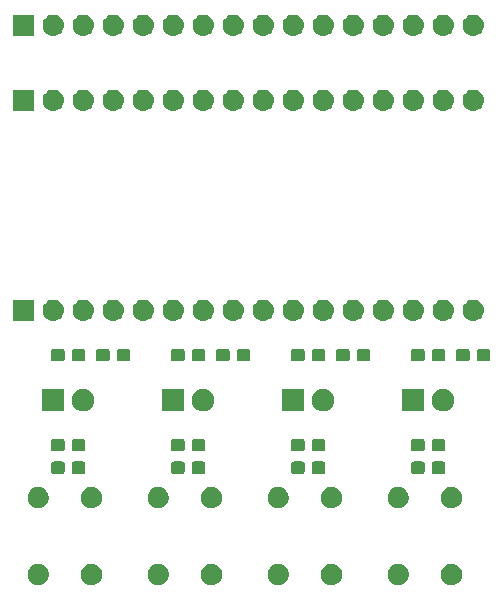
<source format=gts>
G04 #@! TF.GenerationSoftware,KiCad,Pcbnew,5.1.4-e60b266~84~ubuntu18.04.1*
G04 #@! TF.CreationDate,2019-09-29T11:15:23+02:00*
G04 #@! TF.ProjectId,UpduinoLEDButtonExpander,55706475-696e-46f4-9c45-44427574746f,rev?*
G04 #@! TF.SameCoordinates,PX88dc9f0PY43d3480*
G04 #@! TF.FileFunction,Soldermask,Top*
G04 #@! TF.FilePolarity,Negative*
%FSLAX46Y46*%
G04 Gerber Fmt 4.6, Leading zero omitted, Abs format (unit mm)*
G04 Created by KiCad (PCBNEW 5.1.4-e60b266~84~ubuntu18.04.1) date 2019-09-29 11:15:23*
%MOMM*%
%LPD*%
G04 APERTURE LIST*
%ADD10C,0.100000*%
G04 APERTURE END LIST*
D10*
G36*
X17313512Y-39258927D02*
G01*
X17462812Y-39288624D01*
X17626784Y-39356544D01*
X17774354Y-39455147D01*
X17899853Y-39580646D01*
X17998456Y-39728216D01*
X18066376Y-39892188D01*
X18101000Y-40066259D01*
X18101000Y-40243741D01*
X18066376Y-40417812D01*
X17998456Y-40581784D01*
X17899853Y-40729354D01*
X17774354Y-40854853D01*
X17626784Y-40953456D01*
X17462812Y-41021376D01*
X17313512Y-41051073D01*
X17288742Y-41056000D01*
X17111258Y-41056000D01*
X17086488Y-41051073D01*
X16937188Y-41021376D01*
X16773216Y-40953456D01*
X16625646Y-40854853D01*
X16500147Y-40729354D01*
X16401544Y-40581784D01*
X16333624Y-40417812D01*
X16299000Y-40243741D01*
X16299000Y-40066259D01*
X16333624Y-39892188D01*
X16401544Y-39728216D01*
X16500147Y-39580646D01*
X16625646Y-39455147D01*
X16773216Y-39356544D01*
X16937188Y-39288624D01*
X17086488Y-39258927D01*
X17111258Y-39254000D01*
X17288742Y-39254000D01*
X17313512Y-39258927D01*
X17313512Y-39258927D01*
G37*
G36*
X-17666488Y-39258927D02*
G01*
X-17517188Y-39288624D01*
X-17353216Y-39356544D01*
X-17205646Y-39455147D01*
X-17080147Y-39580646D01*
X-16981544Y-39728216D01*
X-16913624Y-39892188D01*
X-16879000Y-40066259D01*
X-16879000Y-40243741D01*
X-16913624Y-40417812D01*
X-16981544Y-40581784D01*
X-17080147Y-40729354D01*
X-17205646Y-40854853D01*
X-17353216Y-40953456D01*
X-17517188Y-41021376D01*
X-17666488Y-41051073D01*
X-17691258Y-41056000D01*
X-17868742Y-41056000D01*
X-17893512Y-41051073D01*
X-18042812Y-41021376D01*
X-18206784Y-40953456D01*
X-18354354Y-40854853D01*
X-18479853Y-40729354D01*
X-18578456Y-40581784D01*
X-18646376Y-40417812D01*
X-18681000Y-40243741D01*
X-18681000Y-40066259D01*
X-18646376Y-39892188D01*
X-18578456Y-39728216D01*
X-18479853Y-39580646D01*
X-18354354Y-39455147D01*
X-18206784Y-39356544D01*
X-18042812Y-39288624D01*
X-17893512Y-39258927D01*
X-17868742Y-39254000D01*
X-17691258Y-39254000D01*
X-17666488Y-39258927D01*
X-17666488Y-39258927D01*
G37*
G36*
X-13166488Y-39258927D02*
G01*
X-13017188Y-39288624D01*
X-12853216Y-39356544D01*
X-12705646Y-39455147D01*
X-12580147Y-39580646D01*
X-12481544Y-39728216D01*
X-12413624Y-39892188D01*
X-12379000Y-40066259D01*
X-12379000Y-40243741D01*
X-12413624Y-40417812D01*
X-12481544Y-40581784D01*
X-12580147Y-40729354D01*
X-12705646Y-40854853D01*
X-12853216Y-40953456D01*
X-13017188Y-41021376D01*
X-13166488Y-41051073D01*
X-13191258Y-41056000D01*
X-13368742Y-41056000D01*
X-13393512Y-41051073D01*
X-13542812Y-41021376D01*
X-13706784Y-40953456D01*
X-13854354Y-40854853D01*
X-13979853Y-40729354D01*
X-14078456Y-40581784D01*
X-14146376Y-40417812D01*
X-14181000Y-40243741D01*
X-14181000Y-40066259D01*
X-14146376Y-39892188D01*
X-14078456Y-39728216D01*
X-13979853Y-39580646D01*
X-13854354Y-39455147D01*
X-13706784Y-39356544D01*
X-13542812Y-39288624D01*
X-13393512Y-39258927D01*
X-13368742Y-39254000D01*
X-13191258Y-39254000D01*
X-13166488Y-39258927D01*
X-13166488Y-39258927D01*
G37*
G36*
X-7506488Y-39258927D02*
G01*
X-7357188Y-39288624D01*
X-7193216Y-39356544D01*
X-7045646Y-39455147D01*
X-6920147Y-39580646D01*
X-6821544Y-39728216D01*
X-6753624Y-39892188D01*
X-6719000Y-40066259D01*
X-6719000Y-40243741D01*
X-6753624Y-40417812D01*
X-6821544Y-40581784D01*
X-6920147Y-40729354D01*
X-7045646Y-40854853D01*
X-7193216Y-40953456D01*
X-7357188Y-41021376D01*
X-7506488Y-41051073D01*
X-7531258Y-41056000D01*
X-7708742Y-41056000D01*
X-7733512Y-41051073D01*
X-7882812Y-41021376D01*
X-8046784Y-40953456D01*
X-8194354Y-40854853D01*
X-8319853Y-40729354D01*
X-8418456Y-40581784D01*
X-8486376Y-40417812D01*
X-8521000Y-40243741D01*
X-8521000Y-40066259D01*
X-8486376Y-39892188D01*
X-8418456Y-39728216D01*
X-8319853Y-39580646D01*
X-8194354Y-39455147D01*
X-8046784Y-39356544D01*
X-7882812Y-39288624D01*
X-7733512Y-39258927D01*
X-7708742Y-39254000D01*
X-7531258Y-39254000D01*
X-7506488Y-39258927D01*
X-7506488Y-39258927D01*
G37*
G36*
X-3006488Y-39258927D02*
G01*
X-2857188Y-39288624D01*
X-2693216Y-39356544D01*
X-2545646Y-39455147D01*
X-2420147Y-39580646D01*
X-2321544Y-39728216D01*
X-2253624Y-39892188D01*
X-2219000Y-40066259D01*
X-2219000Y-40243741D01*
X-2253624Y-40417812D01*
X-2321544Y-40581784D01*
X-2420147Y-40729354D01*
X-2545646Y-40854853D01*
X-2693216Y-40953456D01*
X-2857188Y-41021376D01*
X-3006488Y-41051073D01*
X-3031258Y-41056000D01*
X-3208742Y-41056000D01*
X-3233512Y-41051073D01*
X-3382812Y-41021376D01*
X-3546784Y-40953456D01*
X-3694354Y-40854853D01*
X-3819853Y-40729354D01*
X-3918456Y-40581784D01*
X-3986376Y-40417812D01*
X-4021000Y-40243741D01*
X-4021000Y-40066259D01*
X-3986376Y-39892188D01*
X-3918456Y-39728216D01*
X-3819853Y-39580646D01*
X-3694354Y-39455147D01*
X-3546784Y-39356544D01*
X-3382812Y-39288624D01*
X-3233512Y-39258927D01*
X-3208742Y-39254000D01*
X-3031258Y-39254000D01*
X-3006488Y-39258927D01*
X-3006488Y-39258927D01*
G37*
G36*
X7153512Y-39258927D02*
G01*
X7302812Y-39288624D01*
X7466784Y-39356544D01*
X7614354Y-39455147D01*
X7739853Y-39580646D01*
X7838456Y-39728216D01*
X7906376Y-39892188D01*
X7941000Y-40066259D01*
X7941000Y-40243741D01*
X7906376Y-40417812D01*
X7838456Y-40581784D01*
X7739853Y-40729354D01*
X7614354Y-40854853D01*
X7466784Y-40953456D01*
X7302812Y-41021376D01*
X7153512Y-41051073D01*
X7128742Y-41056000D01*
X6951258Y-41056000D01*
X6926488Y-41051073D01*
X6777188Y-41021376D01*
X6613216Y-40953456D01*
X6465646Y-40854853D01*
X6340147Y-40729354D01*
X6241544Y-40581784D01*
X6173624Y-40417812D01*
X6139000Y-40243741D01*
X6139000Y-40066259D01*
X6173624Y-39892188D01*
X6241544Y-39728216D01*
X6340147Y-39580646D01*
X6465646Y-39455147D01*
X6613216Y-39356544D01*
X6777188Y-39288624D01*
X6926488Y-39258927D01*
X6951258Y-39254000D01*
X7128742Y-39254000D01*
X7153512Y-39258927D01*
X7153512Y-39258927D01*
G37*
G36*
X12813512Y-39258927D02*
G01*
X12962812Y-39288624D01*
X13126784Y-39356544D01*
X13274354Y-39455147D01*
X13399853Y-39580646D01*
X13498456Y-39728216D01*
X13566376Y-39892188D01*
X13601000Y-40066259D01*
X13601000Y-40243741D01*
X13566376Y-40417812D01*
X13498456Y-40581784D01*
X13399853Y-40729354D01*
X13274354Y-40854853D01*
X13126784Y-40953456D01*
X12962812Y-41021376D01*
X12813512Y-41051073D01*
X12788742Y-41056000D01*
X12611258Y-41056000D01*
X12586488Y-41051073D01*
X12437188Y-41021376D01*
X12273216Y-40953456D01*
X12125646Y-40854853D01*
X12000147Y-40729354D01*
X11901544Y-40581784D01*
X11833624Y-40417812D01*
X11799000Y-40243741D01*
X11799000Y-40066259D01*
X11833624Y-39892188D01*
X11901544Y-39728216D01*
X12000147Y-39580646D01*
X12125646Y-39455147D01*
X12273216Y-39356544D01*
X12437188Y-39288624D01*
X12586488Y-39258927D01*
X12611258Y-39254000D01*
X12788742Y-39254000D01*
X12813512Y-39258927D01*
X12813512Y-39258927D01*
G37*
G36*
X2653512Y-39258927D02*
G01*
X2802812Y-39288624D01*
X2966784Y-39356544D01*
X3114354Y-39455147D01*
X3239853Y-39580646D01*
X3338456Y-39728216D01*
X3406376Y-39892188D01*
X3441000Y-40066259D01*
X3441000Y-40243741D01*
X3406376Y-40417812D01*
X3338456Y-40581784D01*
X3239853Y-40729354D01*
X3114354Y-40854853D01*
X2966784Y-40953456D01*
X2802812Y-41021376D01*
X2653512Y-41051073D01*
X2628742Y-41056000D01*
X2451258Y-41056000D01*
X2426488Y-41051073D01*
X2277188Y-41021376D01*
X2113216Y-40953456D01*
X1965646Y-40854853D01*
X1840147Y-40729354D01*
X1741544Y-40581784D01*
X1673624Y-40417812D01*
X1639000Y-40243741D01*
X1639000Y-40066259D01*
X1673624Y-39892188D01*
X1741544Y-39728216D01*
X1840147Y-39580646D01*
X1965646Y-39455147D01*
X2113216Y-39356544D01*
X2277188Y-39288624D01*
X2426488Y-39258927D01*
X2451258Y-39254000D01*
X2628742Y-39254000D01*
X2653512Y-39258927D01*
X2653512Y-39258927D01*
G37*
G36*
X2653512Y-32758927D02*
G01*
X2802812Y-32788624D01*
X2966784Y-32856544D01*
X3114354Y-32955147D01*
X3239853Y-33080646D01*
X3338456Y-33228216D01*
X3406376Y-33392188D01*
X3441000Y-33566259D01*
X3441000Y-33743741D01*
X3406376Y-33917812D01*
X3338456Y-34081784D01*
X3239853Y-34229354D01*
X3114354Y-34354853D01*
X2966784Y-34453456D01*
X2802812Y-34521376D01*
X2653512Y-34551073D01*
X2628742Y-34556000D01*
X2451258Y-34556000D01*
X2426488Y-34551073D01*
X2277188Y-34521376D01*
X2113216Y-34453456D01*
X1965646Y-34354853D01*
X1840147Y-34229354D01*
X1741544Y-34081784D01*
X1673624Y-33917812D01*
X1639000Y-33743741D01*
X1639000Y-33566259D01*
X1673624Y-33392188D01*
X1741544Y-33228216D01*
X1840147Y-33080646D01*
X1965646Y-32955147D01*
X2113216Y-32856544D01*
X2277188Y-32788624D01*
X2426488Y-32758927D01*
X2451258Y-32754000D01*
X2628742Y-32754000D01*
X2653512Y-32758927D01*
X2653512Y-32758927D01*
G37*
G36*
X17313512Y-32758927D02*
G01*
X17462812Y-32788624D01*
X17626784Y-32856544D01*
X17774354Y-32955147D01*
X17899853Y-33080646D01*
X17998456Y-33228216D01*
X18066376Y-33392188D01*
X18101000Y-33566259D01*
X18101000Y-33743741D01*
X18066376Y-33917812D01*
X17998456Y-34081784D01*
X17899853Y-34229354D01*
X17774354Y-34354853D01*
X17626784Y-34453456D01*
X17462812Y-34521376D01*
X17313512Y-34551073D01*
X17288742Y-34556000D01*
X17111258Y-34556000D01*
X17086488Y-34551073D01*
X16937188Y-34521376D01*
X16773216Y-34453456D01*
X16625646Y-34354853D01*
X16500147Y-34229354D01*
X16401544Y-34081784D01*
X16333624Y-33917812D01*
X16299000Y-33743741D01*
X16299000Y-33566259D01*
X16333624Y-33392188D01*
X16401544Y-33228216D01*
X16500147Y-33080646D01*
X16625646Y-32955147D01*
X16773216Y-32856544D01*
X16937188Y-32788624D01*
X17086488Y-32758927D01*
X17111258Y-32754000D01*
X17288742Y-32754000D01*
X17313512Y-32758927D01*
X17313512Y-32758927D01*
G37*
G36*
X7153512Y-32758927D02*
G01*
X7302812Y-32788624D01*
X7466784Y-32856544D01*
X7614354Y-32955147D01*
X7739853Y-33080646D01*
X7838456Y-33228216D01*
X7906376Y-33392188D01*
X7941000Y-33566259D01*
X7941000Y-33743741D01*
X7906376Y-33917812D01*
X7838456Y-34081784D01*
X7739853Y-34229354D01*
X7614354Y-34354853D01*
X7466784Y-34453456D01*
X7302812Y-34521376D01*
X7153512Y-34551073D01*
X7128742Y-34556000D01*
X6951258Y-34556000D01*
X6926488Y-34551073D01*
X6777188Y-34521376D01*
X6613216Y-34453456D01*
X6465646Y-34354853D01*
X6340147Y-34229354D01*
X6241544Y-34081784D01*
X6173624Y-33917812D01*
X6139000Y-33743741D01*
X6139000Y-33566259D01*
X6173624Y-33392188D01*
X6241544Y-33228216D01*
X6340147Y-33080646D01*
X6465646Y-32955147D01*
X6613216Y-32856544D01*
X6777188Y-32788624D01*
X6926488Y-32758927D01*
X6951258Y-32754000D01*
X7128742Y-32754000D01*
X7153512Y-32758927D01*
X7153512Y-32758927D01*
G37*
G36*
X12813512Y-32758927D02*
G01*
X12962812Y-32788624D01*
X13126784Y-32856544D01*
X13274354Y-32955147D01*
X13399853Y-33080646D01*
X13498456Y-33228216D01*
X13566376Y-33392188D01*
X13601000Y-33566259D01*
X13601000Y-33743741D01*
X13566376Y-33917812D01*
X13498456Y-34081784D01*
X13399853Y-34229354D01*
X13274354Y-34354853D01*
X13126784Y-34453456D01*
X12962812Y-34521376D01*
X12813512Y-34551073D01*
X12788742Y-34556000D01*
X12611258Y-34556000D01*
X12586488Y-34551073D01*
X12437188Y-34521376D01*
X12273216Y-34453456D01*
X12125646Y-34354853D01*
X12000147Y-34229354D01*
X11901544Y-34081784D01*
X11833624Y-33917812D01*
X11799000Y-33743741D01*
X11799000Y-33566259D01*
X11833624Y-33392188D01*
X11901544Y-33228216D01*
X12000147Y-33080646D01*
X12125646Y-32955147D01*
X12273216Y-32856544D01*
X12437188Y-32788624D01*
X12586488Y-32758927D01*
X12611258Y-32754000D01*
X12788742Y-32754000D01*
X12813512Y-32758927D01*
X12813512Y-32758927D01*
G37*
G36*
X-7506488Y-32758927D02*
G01*
X-7357188Y-32788624D01*
X-7193216Y-32856544D01*
X-7045646Y-32955147D01*
X-6920147Y-33080646D01*
X-6821544Y-33228216D01*
X-6753624Y-33392188D01*
X-6719000Y-33566259D01*
X-6719000Y-33743741D01*
X-6753624Y-33917812D01*
X-6821544Y-34081784D01*
X-6920147Y-34229354D01*
X-7045646Y-34354853D01*
X-7193216Y-34453456D01*
X-7357188Y-34521376D01*
X-7506488Y-34551073D01*
X-7531258Y-34556000D01*
X-7708742Y-34556000D01*
X-7733512Y-34551073D01*
X-7882812Y-34521376D01*
X-8046784Y-34453456D01*
X-8194354Y-34354853D01*
X-8319853Y-34229354D01*
X-8418456Y-34081784D01*
X-8486376Y-33917812D01*
X-8521000Y-33743741D01*
X-8521000Y-33566259D01*
X-8486376Y-33392188D01*
X-8418456Y-33228216D01*
X-8319853Y-33080646D01*
X-8194354Y-32955147D01*
X-8046784Y-32856544D01*
X-7882812Y-32788624D01*
X-7733512Y-32758927D01*
X-7708742Y-32754000D01*
X-7531258Y-32754000D01*
X-7506488Y-32758927D01*
X-7506488Y-32758927D01*
G37*
G36*
X-13166488Y-32758927D02*
G01*
X-13017188Y-32788624D01*
X-12853216Y-32856544D01*
X-12705646Y-32955147D01*
X-12580147Y-33080646D01*
X-12481544Y-33228216D01*
X-12413624Y-33392188D01*
X-12379000Y-33566259D01*
X-12379000Y-33743741D01*
X-12413624Y-33917812D01*
X-12481544Y-34081784D01*
X-12580147Y-34229354D01*
X-12705646Y-34354853D01*
X-12853216Y-34453456D01*
X-13017188Y-34521376D01*
X-13166488Y-34551073D01*
X-13191258Y-34556000D01*
X-13368742Y-34556000D01*
X-13393512Y-34551073D01*
X-13542812Y-34521376D01*
X-13706784Y-34453456D01*
X-13854354Y-34354853D01*
X-13979853Y-34229354D01*
X-14078456Y-34081784D01*
X-14146376Y-33917812D01*
X-14181000Y-33743741D01*
X-14181000Y-33566259D01*
X-14146376Y-33392188D01*
X-14078456Y-33228216D01*
X-13979853Y-33080646D01*
X-13854354Y-32955147D01*
X-13706784Y-32856544D01*
X-13542812Y-32788624D01*
X-13393512Y-32758927D01*
X-13368742Y-32754000D01*
X-13191258Y-32754000D01*
X-13166488Y-32758927D01*
X-13166488Y-32758927D01*
G37*
G36*
X-17666488Y-32758927D02*
G01*
X-17517188Y-32788624D01*
X-17353216Y-32856544D01*
X-17205646Y-32955147D01*
X-17080147Y-33080646D01*
X-16981544Y-33228216D01*
X-16913624Y-33392188D01*
X-16879000Y-33566259D01*
X-16879000Y-33743741D01*
X-16913624Y-33917812D01*
X-16981544Y-34081784D01*
X-17080147Y-34229354D01*
X-17205646Y-34354853D01*
X-17353216Y-34453456D01*
X-17517188Y-34521376D01*
X-17666488Y-34551073D01*
X-17691258Y-34556000D01*
X-17868742Y-34556000D01*
X-17893512Y-34551073D01*
X-18042812Y-34521376D01*
X-18206784Y-34453456D01*
X-18354354Y-34354853D01*
X-18479853Y-34229354D01*
X-18578456Y-34081784D01*
X-18646376Y-33917812D01*
X-18681000Y-33743741D01*
X-18681000Y-33566259D01*
X-18646376Y-33392188D01*
X-18578456Y-33228216D01*
X-18479853Y-33080646D01*
X-18354354Y-32955147D01*
X-18206784Y-32856544D01*
X-18042812Y-32788624D01*
X-17893512Y-32758927D01*
X-17868742Y-32754000D01*
X-17691258Y-32754000D01*
X-17666488Y-32758927D01*
X-17666488Y-32758927D01*
G37*
G36*
X-3006488Y-32758927D02*
G01*
X-2857188Y-32788624D01*
X-2693216Y-32856544D01*
X-2545646Y-32955147D01*
X-2420147Y-33080646D01*
X-2321544Y-33228216D01*
X-2253624Y-33392188D01*
X-2219000Y-33566259D01*
X-2219000Y-33743741D01*
X-2253624Y-33917812D01*
X-2321544Y-34081784D01*
X-2420147Y-34229354D01*
X-2545646Y-34354853D01*
X-2693216Y-34453456D01*
X-2857188Y-34521376D01*
X-3006488Y-34551073D01*
X-3031258Y-34556000D01*
X-3208742Y-34556000D01*
X-3233512Y-34551073D01*
X-3382812Y-34521376D01*
X-3546784Y-34453456D01*
X-3694354Y-34354853D01*
X-3819853Y-34229354D01*
X-3918456Y-34081784D01*
X-3986376Y-33917812D01*
X-4021000Y-33743741D01*
X-4021000Y-33566259D01*
X-3986376Y-33392188D01*
X-3918456Y-33228216D01*
X-3819853Y-33080646D01*
X-3694354Y-32955147D01*
X-3546784Y-32856544D01*
X-3382812Y-32788624D01*
X-3233512Y-32758927D01*
X-3208742Y-32754000D01*
X-3031258Y-32754000D01*
X-3006488Y-32758927D01*
X-3006488Y-32758927D01*
G37*
G36*
X14779499Y-30593445D02*
G01*
X14816995Y-30604820D01*
X14851554Y-30623292D01*
X14881847Y-30648153D01*
X14906708Y-30678446D01*
X14925180Y-30713005D01*
X14936555Y-30750501D01*
X14941000Y-30795638D01*
X14941000Y-31434362D01*
X14936555Y-31479499D01*
X14925180Y-31516995D01*
X14906708Y-31551554D01*
X14881847Y-31581847D01*
X14851554Y-31606708D01*
X14816995Y-31625180D01*
X14779499Y-31636555D01*
X14734362Y-31641000D01*
X13995638Y-31641000D01*
X13950501Y-31636555D01*
X13913005Y-31625180D01*
X13878446Y-31606708D01*
X13848153Y-31581847D01*
X13823292Y-31551554D01*
X13804820Y-31516995D01*
X13793445Y-31479499D01*
X13789000Y-31434362D01*
X13789000Y-30795638D01*
X13793445Y-30750501D01*
X13804820Y-30713005D01*
X13823292Y-30678446D01*
X13848153Y-30648153D01*
X13878446Y-30623292D01*
X13913005Y-30604820D01*
X13950501Y-30593445D01*
X13995638Y-30589000D01*
X14734362Y-30589000D01*
X14779499Y-30593445D01*
X14779499Y-30593445D01*
G37*
G36*
X16529499Y-30593445D02*
G01*
X16566995Y-30604820D01*
X16601554Y-30623292D01*
X16631847Y-30648153D01*
X16656708Y-30678446D01*
X16675180Y-30713005D01*
X16686555Y-30750501D01*
X16691000Y-30795638D01*
X16691000Y-31434362D01*
X16686555Y-31479499D01*
X16675180Y-31516995D01*
X16656708Y-31551554D01*
X16631847Y-31581847D01*
X16601554Y-31606708D01*
X16566995Y-31625180D01*
X16529499Y-31636555D01*
X16484362Y-31641000D01*
X15745638Y-31641000D01*
X15700501Y-31636555D01*
X15663005Y-31625180D01*
X15628446Y-31606708D01*
X15598153Y-31581847D01*
X15573292Y-31551554D01*
X15554820Y-31516995D01*
X15543445Y-31479499D01*
X15539000Y-31434362D01*
X15539000Y-30795638D01*
X15543445Y-30750501D01*
X15554820Y-30713005D01*
X15573292Y-30678446D01*
X15598153Y-30648153D01*
X15628446Y-30623292D01*
X15663005Y-30604820D01*
X15700501Y-30593445D01*
X15745638Y-30589000D01*
X16484362Y-30589000D01*
X16529499Y-30593445D01*
X16529499Y-30593445D01*
G37*
G36*
X6369499Y-30593445D02*
G01*
X6406995Y-30604820D01*
X6441554Y-30623292D01*
X6471847Y-30648153D01*
X6496708Y-30678446D01*
X6515180Y-30713005D01*
X6526555Y-30750501D01*
X6531000Y-30795638D01*
X6531000Y-31434362D01*
X6526555Y-31479499D01*
X6515180Y-31516995D01*
X6496708Y-31551554D01*
X6471847Y-31581847D01*
X6441554Y-31606708D01*
X6406995Y-31625180D01*
X6369499Y-31636555D01*
X6324362Y-31641000D01*
X5585638Y-31641000D01*
X5540501Y-31636555D01*
X5503005Y-31625180D01*
X5468446Y-31606708D01*
X5438153Y-31581847D01*
X5413292Y-31551554D01*
X5394820Y-31516995D01*
X5383445Y-31479499D01*
X5379000Y-31434362D01*
X5379000Y-30795638D01*
X5383445Y-30750501D01*
X5394820Y-30713005D01*
X5413292Y-30678446D01*
X5438153Y-30648153D01*
X5468446Y-30623292D01*
X5503005Y-30604820D01*
X5540501Y-30593445D01*
X5585638Y-30589000D01*
X6324362Y-30589000D01*
X6369499Y-30593445D01*
X6369499Y-30593445D01*
G37*
G36*
X4619499Y-30593445D02*
G01*
X4656995Y-30604820D01*
X4691554Y-30623292D01*
X4721847Y-30648153D01*
X4746708Y-30678446D01*
X4765180Y-30713005D01*
X4776555Y-30750501D01*
X4781000Y-30795638D01*
X4781000Y-31434362D01*
X4776555Y-31479499D01*
X4765180Y-31516995D01*
X4746708Y-31551554D01*
X4721847Y-31581847D01*
X4691554Y-31606708D01*
X4656995Y-31625180D01*
X4619499Y-31636555D01*
X4574362Y-31641000D01*
X3835638Y-31641000D01*
X3790501Y-31636555D01*
X3753005Y-31625180D01*
X3718446Y-31606708D01*
X3688153Y-31581847D01*
X3663292Y-31551554D01*
X3644820Y-31516995D01*
X3633445Y-31479499D01*
X3629000Y-31434362D01*
X3629000Y-30795638D01*
X3633445Y-30750501D01*
X3644820Y-30713005D01*
X3663292Y-30678446D01*
X3688153Y-30648153D01*
X3718446Y-30623292D01*
X3753005Y-30604820D01*
X3790501Y-30593445D01*
X3835638Y-30589000D01*
X4574362Y-30589000D01*
X4619499Y-30593445D01*
X4619499Y-30593445D01*
G37*
G36*
X-5540501Y-30593445D02*
G01*
X-5503005Y-30604820D01*
X-5468446Y-30623292D01*
X-5438153Y-30648153D01*
X-5413292Y-30678446D01*
X-5394820Y-30713005D01*
X-5383445Y-30750501D01*
X-5379000Y-30795638D01*
X-5379000Y-31434362D01*
X-5383445Y-31479499D01*
X-5394820Y-31516995D01*
X-5413292Y-31551554D01*
X-5438153Y-31581847D01*
X-5468446Y-31606708D01*
X-5503005Y-31625180D01*
X-5540501Y-31636555D01*
X-5585638Y-31641000D01*
X-6324362Y-31641000D01*
X-6369499Y-31636555D01*
X-6406995Y-31625180D01*
X-6441554Y-31606708D01*
X-6471847Y-31581847D01*
X-6496708Y-31551554D01*
X-6515180Y-31516995D01*
X-6526555Y-31479499D01*
X-6531000Y-31434362D01*
X-6531000Y-30795638D01*
X-6526555Y-30750501D01*
X-6515180Y-30713005D01*
X-6496708Y-30678446D01*
X-6471847Y-30648153D01*
X-6441554Y-30623292D01*
X-6406995Y-30604820D01*
X-6369499Y-30593445D01*
X-6324362Y-30589000D01*
X-5585638Y-30589000D01*
X-5540501Y-30593445D01*
X-5540501Y-30593445D01*
G37*
G36*
X-3790501Y-30593445D02*
G01*
X-3753005Y-30604820D01*
X-3718446Y-30623292D01*
X-3688153Y-30648153D01*
X-3663292Y-30678446D01*
X-3644820Y-30713005D01*
X-3633445Y-30750501D01*
X-3629000Y-30795638D01*
X-3629000Y-31434362D01*
X-3633445Y-31479499D01*
X-3644820Y-31516995D01*
X-3663292Y-31551554D01*
X-3688153Y-31581847D01*
X-3718446Y-31606708D01*
X-3753005Y-31625180D01*
X-3790501Y-31636555D01*
X-3835638Y-31641000D01*
X-4574362Y-31641000D01*
X-4619499Y-31636555D01*
X-4656995Y-31625180D01*
X-4691554Y-31606708D01*
X-4721847Y-31581847D01*
X-4746708Y-31551554D01*
X-4765180Y-31516995D01*
X-4776555Y-31479499D01*
X-4781000Y-31434362D01*
X-4781000Y-30795638D01*
X-4776555Y-30750501D01*
X-4765180Y-30713005D01*
X-4746708Y-30678446D01*
X-4721847Y-30648153D01*
X-4691554Y-30623292D01*
X-4656995Y-30604820D01*
X-4619499Y-30593445D01*
X-4574362Y-30589000D01*
X-3835638Y-30589000D01*
X-3790501Y-30593445D01*
X-3790501Y-30593445D01*
G37*
G36*
X-13950501Y-30593445D02*
G01*
X-13913005Y-30604820D01*
X-13878446Y-30623292D01*
X-13848153Y-30648153D01*
X-13823292Y-30678446D01*
X-13804820Y-30713005D01*
X-13793445Y-30750501D01*
X-13789000Y-30795638D01*
X-13789000Y-31434362D01*
X-13793445Y-31479499D01*
X-13804820Y-31516995D01*
X-13823292Y-31551554D01*
X-13848153Y-31581847D01*
X-13878446Y-31606708D01*
X-13913005Y-31625180D01*
X-13950501Y-31636555D01*
X-13995638Y-31641000D01*
X-14734362Y-31641000D01*
X-14779499Y-31636555D01*
X-14816995Y-31625180D01*
X-14851554Y-31606708D01*
X-14881847Y-31581847D01*
X-14906708Y-31551554D01*
X-14925180Y-31516995D01*
X-14936555Y-31479499D01*
X-14941000Y-31434362D01*
X-14941000Y-30795638D01*
X-14936555Y-30750501D01*
X-14925180Y-30713005D01*
X-14906708Y-30678446D01*
X-14881847Y-30648153D01*
X-14851554Y-30623292D01*
X-14816995Y-30604820D01*
X-14779499Y-30593445D01*
X-14734362Y-30589000D01*
X-13995638Y-30589000D01*
X-13950501Y-30593445D01*
X-13950501Y-30593445D01*
G37*
G36*
X-15700501Y-30593445D02*
G01*
X-15663005Y-30604820D01*
X-15628446Y-30623292D01*
X-15598153Y-30648153D01*
X-15573292Y-30678446D01*
X-15554820Y-30713005D01*
X-15543445Y-30750501D01*
X-15539000Y-30795638D01*
X-15539000Y-31434362D01*
X-15543445Y-31479499D01*
X-15554820Y-31516995D01*
X-15573292Y-31551554D01*
X-15598153Y-31581847D01*
X-15628446Y-31606708D01*
X-15663005Y-31625180D01*
X-15700501Y-31636555D01*
X-15745638Y-31641000D01*
X-16484362Y-31641000D01*
X-16529499Y-31636555D01*
X-16566995Y-31625180D01*
X-16601554Y-31606708D01*
X-16631847Y-31581847D01*
X-16656708Y-31551554D01*
X-16675180Y-31516995D01*
X-16686555Y-31479499D01*
X-16691000Y-31434362D01*
X-16691000Y-30795638D01*
X-16686555Y-30750501D01*
X-16675180Y-30713005D01*
X-16656708Y-30678446D01*
X-16631847Y-30648153D01*
X-16601554Y-30623292D01*
X-16566995Y-30604820D01*
X-16529499Y-30593445D01*
X-16484362Y-30589000D01*
X-15745638Y-30589000D01*
X-15700501Y-30593445D01*
X-15700501Y-30593445D01*
G37*
G36*
X6369499Y-28688445D02*
G01*
X6406995Y-28699820D01*
X6441554Y-28718292D01*
X6471847Y-28743153D01*
X6496708Y-28773446D01*
X6515180Y-28808005D01*
X6526555Y-28845501D01*
X6531000Y-28890638D01*
X6531000Y-29529362D01*
X6526555Y-29574499D01*
X6515180Y-29611995D01*
X6496708Y-29646554D01*
X6471847Y-29676847D01*
X6441554Y-29701708D01*
X6406995Y-29720180D01*
X6369499Y-29731555D01*
X6324362Y-29736000D01*
X5585638Y-29736000D01*
X5540501Y-29731555D01*
X5503005Y-29720180D01*
X5468446Y-29701708D01*
X5438153Y-29676847D01*
X5413292Y-29646554D01*
X5394820Y-29611995D01*
X5383445Y-29574499D01*
X5379000Y-29529362D01*
X5379000Y-28890638D01*
X5383445Y-28845501D01*
X5394820Y-28808005D01*
X5413292Y-28773446D01*
X5438153Y-28743153D01*
X5468446Y-28718292D01*
X5503005Y-28699820D01*
X5540501Y-28688445D01*
X5585638Y-28684000D01*
X6324362Y-28684000D01*
X6369499Y-28688445D01*
X6369499Y-28688445D01*
G37*
G36*
X16529499Y-28688445D02*
G01*
X16566995Y-28699820D01*
X16601554Y-28718292D01*
X16631847Y-28743153D01*
X16656708Y-28773446D01*
X16675180Y-28808005D01*
X16686555Y-28845501D01*
X16691000Y-28890638D01*
X16691000Y-29529362D01*
X16686555Y-29574499D01*
X16675180Y-29611995D01*
X16656708Y-29646554D01*
X16631847Y-29676847D01*
X16601554Y-29701708D01*
X16566995Y-29720180D01*
X16529499Y-29731555D01*
X16484362Y-29736000D01*
X15745638Y-29736000D01*
X15700501Y-29731555D01*
X15663005Y-29720180D01*
X15628446Y-29701708D01*
X15598153Y-29676847D01*
X15573292Y-29646554D01*
X15554820Y-29611995D01*
X15543445Y-29574499D01*
X15539000Y-29529362D01*
X15539000Y-28890638D01*
X15543445Y-28845501D01*
X15554820Y-28808005D01*
X15573292Y-28773446D01*
X15598153Y-28743153D01*
X15628446Y-28718292D01*
X15663005Y-28699820D01*
X15700501Y-28688445D01*
X15745638Y-28684000D01*
X16484362Y-28684000D01*
X16529499Y-28688445D01*
X16529499Y-28688445D01*
G37*
G36*
X14779499Y-28688445D02*
G01*
X14816995Y-28699820D01*
X14851554Y-28718292D01*
X14881847Y-28743153D01*
X14906708Y-28773446D01*
X14925180Y-28808005D01*
X14936555Y-28845501D01*
X14941000Y-28890638D01*
X14941000Y-29529362D01*
X14936555Y-29574499D01*
X14925180Y-29611995D01*
X14906708Y-29646554D01*
X14881847Y-29676847D01*
X14851554Y-29701708D01*
X14816995Y-29720180D01*
X14779499Y-29731555D01*
X14734362Y-29736000D01*
X13995638Y-29736000D01*
X13950501Y-29731555D01*
X13913005Y-29720180D01*
X13878446Y-29701708D01*
X13848153Y-29676847D01*
X13823292Y-29646554D01*
X13804820Y-29611995D01*
X13793445Y-29574499D01*
X13789000Y-29529362D01*
X13789000Y-28890638D01*
X13793445Y-28845501D01*
X13804820Y-28808005D01*
X13823292Y-28773446D01*
X13848153Y-28743153D01*
X13878446Y-28718292D01*
X13913005Y-28699820D01*
X13950501Y-28688445D01*
X13995638Y-28684000D01*
X14734362Y-28684000D01*
X14779499Y-28688445D01*
X14779499Y-28688445D01*
G37*
G36*
X-15700501Y-28688445D02*
G01*
X-15663005Y-28699820D01*
X-15628446Y-28718292D01*
X-15598153Y-28743153D01*
X-15573292Y-28773446D01*
X-15554820Y-28808005D01*
X-15543445Y-28845501D01*
X-15539000Y-28890638D01*
X-15539000Y-29529362D01*
X-15543445Y-29574499D01*
X-15554820Y-29611995D01*
X-15573292Y-29646554D01*
X-15598153Y-29676847D01*
X-15628446Y-29701708D01*
X-15663005Y-29720180D01*
X-15700501Y-29731555D01*
X-15745638Y-29736000D01*
X-16484362Y-29736000D01*
X-16529499Y-29731555D01*
X-16566995Y-29720180D01*
X-16601554Y-29701708D01*
X-16631847Y-29676847D01*
X-16656708Y-29646554D01*
X-16675180Y-29611995D01*
X-16686555Y-29574499D01*
X-16691000Y-29529362D01*
X-16691000Y-28890638D01*
X-16686555Y-28845501D01*
X-16675180Y-28808005D01*
X-16656708Y-28773446D01*
X-16631847Y-28743153D01*
X-16601554Y-28718292D01*
X-16566995Y-28699820D01*
X-16529499Y-28688445D01*
X-16484362Y-28684000D01*
X-15745638Y-28684000D01*
X-15700501Y-28688445D01*
X-15700501Y-28688445D01*
G37*
G36*
X-5540501Y-28688445D02*
G01*
X-5503005Y-28699820D01*
X-5468446Y-28718292D01*
X-5438153Y-28743153D01*
X-5413292Y-28773446D01*
X-5394820Y-28808005D01*
X-5383445Y-28845501D01*
X-5379000Y-28890638D01*
X-5379000Y-29529362D01*
X-5383445Y-29574499D01*
X-5394820Y-29611995D01*
X-5413292Y-29646554D01*
X-5438153Y-29676847D01*
X-5468446Y-29701708D01*
X-5503005Y-29720180D01*
X-5540501Y-29731555D01*
X-5585638Y-29736000D01*
X-6324362Y-29736000D01*
X-6369499Y-29731555D01*
X-6406995Y-29720180D01*
X-6441554Y-29701708D01*
X-6471847Y-29676847D01*
X-6496708Y-29646554D01*
X-6515180Y-29611995D01*
X-6526555Y-29574499D01*
X-6531000Y-29529362D01*
X-6531000Y-28890638D01*
X-6526555Y-28845501D01*
X-6515180Y-28808005D01*
X-6496708Y-28773446D01*
X-6471847Y-28743153D01*
X-6441554Y-28718292D01*
X-6406995Y-28699820D01*
X-6369499Y-28688445D01*
X-6324362Y-28684000D01*
X-5585638Y-28684000D01*
X-5540501Y-28688445D01*
X-5540501Y-28688445D01*
G37*
G36*
X-3790501Y-28688445D02*
G01*
X-3753005Y-28699820D01*
X-3718446Y-28718292D01*
X-3688153Y-28743153D01*
X-3663292Y-28773446D01*
X-3644820Y-28808005D01*
X-3633445Y-28845501D01*
X-3629000Y-28890638D01*
X-3629000Y-29529362D01*
X-3633445Y-29574499D01*
X-3644820Y-29611995D01*
X-3663292Y-29646554D01*
X-3688153Y-29676847D01*
X-3718446Y-29701708D01*
X-3753005Y-29720180D01*
X-3790501Y-29731555D01*
X-3835638Y-29736000D01*
X-4574362Y-29736000D01*
X-4619499Y-29731555D01*
X-4656995Y-29720180D01*
X-4691554Y-29701708D01*
X-4721847Y-29676847D01*
X-4746708Y-29646554D01*
X-4765180Y-29611995D01*
X-4776555Y-29574499D01*
X-4781000Y-29529362D01*
X-4781000Y-28890638D01*
X-4776555Y-28845501D01*
X-4765180Y-28808005D01*
X-4746708Y-28773446D01*
X-4721847Y-28743153D01*
X-4691554Y-28718292D01*
X-4656995Y-28699820D01*
X-4619499Y-28688445D01*
X-4574362Y-28684000D01*
X-3835638Y-28684000D01*
X-3790501Y-28688445D01*
X-3790501Y-28688445D01*
G37*
G36*
X4619499Y-28688445D02*
G01*
X4656995Y-28699820D01*
X4691554Y-28718292D01*
X4721847Y-28743153D01*
X4746708Y-28773446D01*
X4765180Y-28808005D01*
X4776555Y-28845501D01*
X4781000Y-28890638D01*
X4781000Y-29529362D01*
X4776555Y-29574499D01*
X4765180Y-29611995D01*
X4746708Y-29646554D01*
X4721847Y-29676847D01*
X4691554Y-29701708D01*
X4656995Y-29720180D01*
X4619499Y-29731555D01*
X4574362Y-29736000D01*
X3835638Y-29736000D01*
X3790501Y-29731555D01*
X3753005Y-29720180D01*
X3718446Y-29701708D01*
X3688153Y-29676847D01*
X3663292Y-29646554D01*
X3644820Y-29611995D01*
X3633445Y-29574499D01*
X3629000Y-29529362D01*
X3629000Y-28890638D01*
X3633445Y-28845501D01*
X3644820Y-28808005D01*
X3663292Y-28773446D01*
X3688153Y-28743153D01*
X3718446Y-28718292D01*
X3753005Y-28699820D01*
X3790501Y-28688445D01*
X3835638Y-28684000D01*
X4574362Y-28684000D01*
X4619499Y-28688445D01*
X4619499Y-28688445D01*
G37*
G36*
X-13950501Y-28688445D02*
G01*
X-13913005Y-28699820D01*
X-13878446Y-28718292D01*
X-13848153Y-28743153D01*
X-13823292Y-28773446D01*
X-13804820Y-28808005D01*
X-13793445Y-28845501D01*
X-13789000Y-28890638D01*
X-13789000Y-29529362D01*
X-13793445Y-29574499D01*
X-13804820Y-29611995D01*
X-13823292Y-29646554D01*
X-13848153Y-29676847D01*
X-13878446Y-29701708D01*
X-13913005Y-29720180D01*
X-13950501Y-29731555D01*
X-13995638Y-29736000D01*
X-14734362Y-29736000D01*
X-14779499Y-29731555D01*
X-14816995Y-29720180D01*
X-14851554Y-29701708D01*
X-14881847Y-29676847D01*
X-14906708Y-29646554D01*
X-14925180Y-29611995D01*
X-14936555Y-29574499D01*
X-14941000Y-29529362D01*
X-14941000Y-28890638D01*
X-14936555Y-28845501D01*
X-14925180Y-28808005D01*
X-14906708Y-28773446D01*
X-14881847Y-28743153D01*
X-14851554Y-28718292D01*
X-14816995Y-28699820D01*
X-14779499Y-28688445D01*
X-14734362Y-28684000D01*
X-13995638Y-28684000D01*
X-13950501Y-28688445D01*
X-13950501Y-28688445D01*
G37*
G36*
X-13692605Y-24485546D02*
G01*
X-13519534Y-24557234D01*
X-13519533Y-24557235D01*
X-13363773Y-24661310D01*
X-13231310Y-24793773D01*
X-13231309Y-24793775D01*
X-13127234Y-24949534D01*
X-13055546Y-25122605D01*
X-13019000Y-25306333D01*
X-13019000Y-25493667D01*
X-13055546Y-25677395D01*
X-13127234Y-25850466D01*
X-13127235Y-25850467D01*
X-13231310Y-26006227D01*
X-13363773Y-26138690D01*
X-13442182Y-26191081D01*
X-13519534Y-26242766D01*
X-13692605Y-26314454D01*
X-13876333Y-26351000D01*
X-14063667Y-26351000D01*
X-14247395Y-26314454D01*
X-14420466Y-26242766D01*
X-14497818Y-26191081D01*
X-14576227Y-26138690D01*
X-14708690Y-26006227D01*
X-14812765Y-25850467D01*
X-14812766Y-25850466D01*
X-14884454Y-25677395D01*
X-14921000Y-25493667D01*
X-14921000Y-25306333D01*
X-14884454Y-25122605D01*
X-14812766Y-24949534D01*
X-14708691Y-24793775D01*
X-14708690Y-24793773D01*
X-14576227Y-24661310D01*
X-14420467Y-24557235D01*
X-14420466Y-24557234D01*
X-14247395Y-24485546D01*
X-14063667Y-24449000D01*
X-13876333Y-24449000D01*
X-13692605Y-24485546D01*
X-13692605Y-24485546D01*
G37*
G36*
X-15559000Y-26351000D02*
G01*
X-17461000Y-26351000D01*
X-17461000Y-24449000D01*
X-15559000Y-24449000D01*
X-15559000Y-26351000D01*
X-15559000Y-26351000D01*
G37*
G36*
X16787395Y-24485546D02*
G01*
X16960466Y-24557234D01*
X16960467Y-24557235D01*
X17116227Y-24661310D01*
X17248690Y-24793773D01*
X17248691Y-24793775D01*
X17352766Y-24949534D01*
X17424454Y-25122605D01*
X17461000Y-25306333D01*
X17461000Y-25493667D01*
X17424454Y-25677395D01*
X17352766Y-25850466D01*
X17352765Y-25850467D01*
X17248690Y-26006227D01*
X17116227Y-26138690D01*
X17037818Y-26191081D01*
X16960466Y-26242766D01*
X16787395Y-26314454D01*
X16603667Y-26351000D01*
X16416333Y-26351000D01*
X16232605Y-26314454D01*
X16059534Y-26242766D01*
X15982182Y-26191081D01*
X15903773Y-26138690D01*
X15771310Y-26006227D01*
X15667235Y-25850467D01*
X15667234Y-25850466D01*
X15595546Y-25677395D01*
X15559000Y-25493667D01*
X15559000Y-25306333D01*
X15595546Y-25122605D01*
X15667234Y-24949534D01*
X15771309Y-24793775D01*
X15771310Y-24793773D01*
X15903773Y-24661310D01*
X16059533Y-24557235D01*
X16059534Y-24557234D01*
X16232605Y-24485546D01*
X16416333Y-24449000D01*
X16603667Y-24449000D01*
X16787395Y-24485546D01*
X16787395Y-24485546D01*
G37*
G36*
X14921000Y-26351000D02*
G01*
X13019000Y-26351000D01*
X13019000Y-24449000D01*
X14921000Y-24449000D01*
X14921000Y-26351000D01*
X14921000Y-26351000D01*
G37*
G36*
X-3532605Y-24485546D02*
G01*
X-3359534Y-24557234D01*
X-3359533Y-24557235D01*
X-3203773Y-24661310D01*
X-3071310Y-24793773D01*
X-3071309Y-24793775D01*
X-2967234Y-24949534D01*
X-2895546Y-25122605D01*
X-2859000Y-25306333D01*
X-2859000Y-25493667D01*
X-2895546Y-25677395D01*
X-2967234Y-25850466D01*
X-2967235Y-25850467D01*
X-3071310Y-26006227D01*
X-3203773Y-26138690D01*
X-3282182Y-26191081D01*
X-3359534Y-26242766D01*
X-3532605Y-26314454D01*
X-3716333Y-26351000D01*
X-3903667Y-26351000D01*
X-4087395Y-26314454D01*
X-4260466Y-26242766D01*
X-4337818Y-26191081D01*
X-4416227Y-26138690D01*
X-4548690Y-26006227D01*
X-4652765Y-25850467D01*
X-4652766Y-25850466D01*
X-4724454Y-25677395D01*
X-4761000Y-25493667D01*
X-4761000Y-25306333D01*
X-4724454Y-25122605D01*
X-4652766Y-24949534D01*
X-4548691Y-24793775D01*
X-4548690Y-24793773D01*
X-4416227Y-24661310D01*
X-4260467Y-24557235D01*
X-4260466Y-24557234D01*
X-4087395Y-24485546D01*
X-3903667Y-24449000D01*
X-3716333Y-24449000D01*
X-3532605Y-24485546D01*
X-3532605Y-24485546D01*
G37*
G36*
X4761000Y-26351000D02*
G01*
X2859000Y-26351000D01*
X2859000Y-24449000D01*
X4761000Y-24449000D01*
X4761000Y-26351000D01*
X4761000Y-26351000D01*
G37*
G36*
X6627395Y-24485546D02*
G01*
X6800466Y-24557234D01*
X6800467Y-24557235D01*
X6956227Y-24661310D01*
X7088690Y-24793773D01*
X7088691Y-24793775D01*
X7192766Y-24949534D01*
X7264454Y-25122605D01*
X7301000Y-25306333D01*
X7301000Y-25493667D01*
X7264454Y-25677395D01*
X7192766Y-25850466D01*
X7192765Y-25850467D01*
X7088690Y-26006227D01*
X6956227Y-26138690D01*
X6877818Y-26191081D01*
X6800466Y-26242766D01*
X6627395Y-26314454D01*
X6443667Y-26351000D01*
X6256333Y-26351000D01*
X6072605Y-26314454D01*
X5899534Y-26242766D01*
X5822182Y-26191081D01*
X5743773Y-26138690D01*
X5611310Y-26006227D01*
X5507235Y-25850467D01*
X5507234Y-25850466D01*
X5435546Y-25677395D01*
X5399000Y-25493667D01*
X5399000Y-25306333D01*
X5435546Y-25122605D01*
X5507234Y-24949534D01*
X5611309Y-24793775D01*
X5611310Y-24793773D01*
X5743773Y-24661310D01*
X5899533Y-24557235D01*
X5899534Y-24557234D01*
X6072605Y-24485546D01*
X6256333Y-24449000D01*
X6443667Y-24449000D01*
X6627395Y-24485546D01*
X6627395Y-24485546D01*
G37*
G36*
X-5399000Y-26351000D02*
G01*
X-7301000Y-26351000D01*
X-7301000Y-24449000D01*
X-5399000Y-24449000D01*
X-5399000Y-26351000D01*
X-5399000Y-26351000D01*
G37*
G36*
X20339499Y-21068445D02*
G01*
X20376995Y-21079820D01*
X20411554Y-21098292D01*
X20441847Y-21123153D01*
X20466708Y-21153446D01*
X20485180Y-21188005D01*
X20496555Y-21225501D01*
X20501000Y-21270638D01*
X20501000Y-21909362D01*
X20496555Y-21954499D01*
X20485180Y-21991995D01*
X20466708Y-22026554D01*
X20441847Y-22056847D01*
X20411554Y-22081708D01*
X20376995Y-22100180D01*
X20339499Y-22111555D01*
X20294362Y-22116000D01*
X19555638Y-22116000D01*
X19510501Y-22111555D01*
X19473005Y-22100180D01*
X19438446Y-22081708D01*
X19408153Y-22056847D01*
X19383292Y-22026554D01*
X19364820Y-21991995D01*
X19353445Y-21954499D01*
X19349000Y-21909362D01*
X19349000Y-21270638D01*
X19353445Y-21225501D01*
X19364820Y-21188005D01*
X19383292Y-21153446D01*
X19408153Y-21123153D01*
X19438446Y-21098292D01*
X19473005Y-21079820D01*
X19510501Y-21068445D01*
X19555638Y-21064000D01*
X20294362Y-21064000D01*
X20339499Y-21068445D01*
X20339499Y-21068445D01*
G37*
G36*
X8429499Y-21068445D02*
G01*
X8466995Y-21079820D01*
X8501554Y-21098292D01*
X8531847Y-21123153D01*
X8556708Y-21153446D01*
X8575180Y-21188005D01*
X8586555Y-21225501D01*
X8591000Y-21270638D01*
X8591000Y-21909362D01*
X8586555Y-21954499D01*
X8575180Y-21991995D01*
X8556708Y-22026554D01*
X8531847Y-22056847D01*
X8501554Y-22081708D01*
X8466995Y-22100180D01*
X8429499Y-22111555D01*
X8384362Y-22116000D01*
X7645638Y-22116000D01*
X7600501Y-22111555D01*
X7563005Y-22100180D01*
X7528446Y-22081708D01*
X7498153Y-22056847D01*
X7473292Y-22026554D01*
X7454820Y-21991995D01*
X7443445Y-21954499D01*
X7439000Y-21909362D01*
X7439000Y-21270638D01*
X7443445Y-21225501D01*
X7454820Y-21188005D01*
X7473292Y-21153446D01*
X7498153Y-21123153D01*
X7528446Y-21098292D01*
X7563005Y-21079820D01*
X7600501Y-21068445D01*
X7645638Y-21064000D01*
X8384362Y-21064000D01*
X8429499Y-21068445D01*
X8429499Y-21068445D01*
G37*
G36*
X10179499Y-21068445D02*
G01*
X10216995Y-21079820D01*
X10251554Y-21098292D01*
X10281847Y-21123153D01*
X10306708Y-21153446D01*
X10325180Y-21188005D01*
X10336555Y-21225501D01*
X10341000Y-21270638D01*
X10341000Y-21909362D01*
X10336555Y-21954499D01*
X10325180Y-21991995D01*
X10306708Y-22026554D01*
X10281847Y-22056847D01*
X10251554Y-22081708D01*
X10216995Y-22100180D01*
X10179499Y-22111555D01*
X10134362Y-22116000D01*
X9395638Y-22116000D01*
X9350501Y-22111555D01*
X9313005Y-22100180D01*
X9278446Y-22081708D01*
X9248153Y-22056847D01*
X9223292Y-22026554D01*
X9204820Y-21991995D01*
X9193445Y-21954499D01*
X9189000Y-21909362D01*
X9189000Y-21270638D01*
X9193445Y-21225501D01*
X9204820Y-21188005D01*
X9223292Y-21153446D01*
X9248153Y-21123153D01*
X9278446Y-21098292D01*
X9313005Y-21079820D01*
X9350501Y-21068445D01*
X9395638Y-21064000D01*
X10134362Y-21064000D01*
X10179499Y-21068445D01*
X10179499Y-21068445D01*
G37*
G36*
X19499Y-21068445D02*
G01*
X56995Y-21079820D01*
X91554Y-21098292D01*
X121847Y-21123153D01*
X146708Y-21153446D01*
X165180Y-21188005D01*
X176555Y-21225501D01*
X181000Y-21270638D01*
X181000Y-21909362D01*
X176555Y-21954499D01*
X165180Y-21991995D01*
X146708Y-22026554D01*
X121847Y-22056847D01*
X91554Y-22081708D01*
X56995Y-22100180D01*
X19499Y-22111555D01*
X-25638Y-22116000D01*
X-764362Y-22116000D01*
X-809499Y-22111555D01*
X-846995Y-22100180D01*
X-881554Y-22081708D01*
X-911847Y-22056847D01*
X-936708Y-22026554D01*
X-955180Y-21991995D01*
X-966555Y-21954499D01*
X-971000Y-21909362D01*
X-971000Y-21270638D01*
X-966555Y-21225501D01*
X-955180Y-21188005D01*
X-936708Y-21153446D01*
X-911847Y-21123153D01*
X-881554Y-21098292D01*
X-846995Y-21079820D01*
X-809499Y-21068445D01*
X-764362Y-21064000D01*
X-25638Y-21064000D01*
X19499Y-21068445D01*
X19499Y-21068445D01*
G37*
G36*
X-1730501Y-21068445D02*
G01*
X-1693005Y-21079820D01*
X-1658446Y-21098292D01*
X-1628153Y-21123153D01*
X-1603292Y-21153446D01*
X-1584820Y-21188005D01*
X-1573445Y-21225501D01*
X-1569000Y-21270638D01*
X-1569000Y-21909362D01*
X-1573445Y-21954499D01*
X-1584820Y-21991995D01*
X-1603292Y-22026554D01*
X-1628153Y-22056847D01*
X-1658446Y-22081708D01*
X-1693005Y-22100180D01*
X-1730501Y-22111555D01*
X-1775638Y-22116000D01*
X-2514362Y-22116000D01*
X-2559499Y-22111555D01*
X-2596995Y-22100180D01*
X-2631554Y-22081708D01*
X-2661847Y-22056847D01*
X-2686708Y-22026554D01*
X-2705180Y-21991995D01*
X-2716555Y-21954499D01*
X-2721000Y-21909362D01*
X-2721000Y-21270638D01*
X-2716555Y-21225501D01*
X-2705180Y-21188005D01*
X-2686708Y-21153446D01*
X-2661847Y-21123153D01*
X-2631554Y-21098292D01*
X-2596995Y-21079820D01*
X-2559499Y-21068445D01*
X-2514362Y-21064000D01*
X-1775638Y-21064000D01*
X-1730501Y-21068445D01*
X-1730501Y-21068445D01*
G37*
G36*
X-11890501Y-21068445D02*
G01*
X-11853005Y-21079820D01*
X-11818446Y-21098292D01*
X-11788153Y-21123153D01*
X-11763292Y-21153446D01*
X-11744820Y-21188005D01*
X-11733445Y-21225501D01*
X-11729000Y-21270638D01*
X-11729000Y-21909362D01*
X-11733445Y-21954499D01*
X-11744820Y-21991995D01*
X-11763292Y-22026554D01*
X-11788153Y-22056847D01*
X-11818446Y-22081708D01*
X-11853005Y-22100180D01*
X-11890501Y-22111555D01*
X-11935638Y-22116000D01*
X-12674362Y-22116000D01*
X-12719499Y-22111555D01*
X-12756995Y-22100180D01*
X-12791554Y-22081708D01*
X-12821847Y-22056847D01*
X-12846708Y-22026554D01*
X-12865180Y-21991995D01*
X-12876555Y-21954499D01*
X-12881000Y-21909362D01*
X-12881000Y-21270638D01*
X-12876555Y-21225501D01*
X-12865180Y-21188005D01*
X-12846708Y-21153446D01*
X-12821847Y-21123153D01*
X-12791554Y-21098292D01*
X-12756995Y-21079820D01*
X-12719499Y-21068445D01*
X-12674362Y-21064000D01*
X-11935638Y-21064000D01*
X-11890501Y-21068445D01*
X-11890501Y-21068445D01*
G37*
G36*
X-10140501Y-21068445D02*
G01*
X-10103005Y-21079820D01*
X-10068446Y-21098292D01*
X-10038153Y-21123153D01*
X-10013292Y-21153446D01*
X-9994820Y-21188005D01*
X-9983445Y-21225501D01*
X-9979000Y-21270638D01*
X-9979000Y-21909362D01*
X-9983445Y-21954499D01*
X-9994820Y-21991995D01*
X-10013292Y-22026554D01*
X-10038153Y-22056847D01*
X-10068446Y-22081708D01*
X-10103005Y-22100180D01*
X-10140501Y-22111555D01*
X-10185638Y-22116000D01*
X-10924362Y-22116000D01*
X-10969499Y-22111555D01*
X-11006995Y-22100180D01*
X-11041554Y-22081708D01*
X-11071847Y-22056847D01*
X-11096708Y-22026554D01*
X-11115180Y-21991995D01*
X-11126555Y-21954499D01*
X-11131000Y-21909362D01*
X-11131000Y-21270638D01*
X-11126555Y-21225501D01*
X-11115180Y-21188005D01*
X-11096708Y-21153446D01*
X-11071847Y-21123153D01*
X-11041554Y-21098292D01*
X-11006995Y-21079820D01*
X-10969499Y-21068445D01*
X-10924362Y-21064000D01*
X-10185638Y-21064000D01*
X-10140501Y-21068445D01*
X-10140501Y-21068445D01*
G37*
G36*
X14779499Y-21068445D02*
G01*
X14816995Y-21079820D01*
X14851554Y-21098292D01*
X14881847Y-21123153D01*
X14906708Y-21153446D01*
X14925180Y-21188005D01*
X14936555Y-21225501D01*
X14941000Y-21270638D01*
X14941000Y-21909362D01*
X14936555Y-21954499D01*
X14925180Y-21991995D01*
X14906708Y-22026554D01*
X14881847Y-22056847D01*
X14851554Y-22081708D01*
X14816995Y-22100180D01*
X14779499Y-22111555D01*
X14734362Y-22116000D01*
X13995638Y-22116000D01*
X13950501Y-22111555D01*
X13913005Y-22100180D01*
X13878446Y-22081708D01*
X13848153Y-22056847D01*
X13823292Y-22026554D01*
X13804820Y-21991995D01*
X13793445Y-21954499D01*
X13789000Y-21909362D01*
X13789000Y-21270638D01*
X13793445Y-21225501D01*
X13804820Y-21188005D01*
X13823292Y-21153446D01*
X13848153Y-21123153D01*
X13878446Y-21098292D01*
X13913005Y-21079820D01*
X13950501Y-21068445D01*
X13995638Y-21064000D01*
X14734362Y-21064000D01*
X14779499Y-21068445D01*
X14779499Y-21068445D01*
G37*
G36*
X4619499Y-21068445D02*
G01*
X4656995Y-21079820D01*
X4691554Y-21098292D01*
X4721847Y-21123153D01*
X4746708Y-21153446D01*
X4765180Y-21188005D01*
X4776555Y-21225501D01*
X4781000Y-21270638D01*
X4781000Y-21909362D01*
X4776555Y-21954499D01*
X4765180Y-21991995D01*
X4746708Y-22026554D01*
X4721847Y-22056847D01*
X4691554Y-22081708D01*
X4656995Y-22100180D01*
X4619499Y-22111555D01*
X4574362Y-22116000D01*
X3835638Y-22116000D01*
X3790501Y-22111555D01*
X3753005Y-22100180D01*
X3718446Y-22081708D01*
X3688153Y-22056847D01*
X3663292Y-22026554D01*
X3644820Y-21991995D01*
X3633445Y-21954499D01*
X3629000Y-21909362D01*
X3629000Y-21270638D01*
X3633445Y-21225501D01*
X3644820Y-21188005D01*
X3663292Y-21153446D01*
X3688153Y-21123153D01*
X3718446Y-21098292D01*
X3753005Y-21079820D01*
X3790501Y-21068445D01*
X3835638Y-21064000D01*
X4574362Y-21064000D01*
X4619499Y-21068445D01*
X4619499Y-21068445D01*
G37*
G36*
X6369499Y-21068445D02*
G01*
X6406995Y-21079820D01*
X6441554Y-21098292D01*
X6471847Y-21123153D01*
X6496708Y-21153446D01*
X6515180Y-21188005D01*
X6526555Y-21225501D01*
X6531000Y-21270638D01*
X6531000Y-21909362D01*
X6526555Y-21954499D01*
X6515180Y-21991995D01*
X6496708Y-22026554D01*
X6471847Y-22056847D01*
X6441554Y-22081708D01*
X6406995Y-22100180D01*
X6369499Y-22111555D01*
X6324362Y-22116000D01*
X5585638Y-22116000D01*
X5540501Y-22111555D01*
X5503005Y-22100180D01*
X5468446Y-22081708D01*
X5438153Y-22056847D01*
X5413292Y-22026554D01*
X5394820Y-21991995D01*
X5383445Y-21954499D01*
X5379000Y-21909362D01*
X5379000Y-21270638D01*
X5383445Y-21225501D01*
X5394820Y-21188005D01*
X5413292Y-21153446D01*
X5438153Y-21123153D01*
X5468446Y-21098292D01*
X5503005Y-21079820D01*
X5540501Y-21068445D01*
X5585638Y-21064000D01*
X6324362Y-21064000D01*
X6369499Y-21068445D01*
X6369499Y-21068445D01*
G37*
G36*
X-3790501Y-21068445D02*
G01*
X-3753005Y-21079820D01*
X-3718446Y-21098292D01*
X-3688153Y-21123153D01*
X-3663292Y-21153446D01*
X-3644820Y-21188005D01*
X-3633445Y-21225501D01*
X-3629000Y-21270638D01*
X-3629000Y-21909362D01*
X-3633445Y-21954499D01*
X-3644820Y-21991995D01*
X-3663292Y-22026554D01*
X-3688153Y-22056847D01*
X-3718446Y-22081708D01*
X-3753005Y-22100180D01*
X-3790501Y-22111555D01*
X-3835638Y-22116000D01*
X-4574362Y-22116000D01*
X-4619499Y-22111555D01*
X-4656995Y-22100180D01*
X-4691554Y-22081708D01*
X-4721847Y-22056847D01*
X-4746708Y-22026554D01*
X-4765180Y-21991995D01*
X-4776555Y-21954499D01*
X-4781000Y-21909362D01*
X-4781000Y-21270638D01*
X-4776555Y-21225501D01*
X-4765180Y-21188005D01*
X-4746708Y-21153446D01*
X-4721847Y-21123153D01*
X-4691554Y-21098292D01*
X-4656995Y-21079820D01*
X-4619499Y-21068445D01*
X-4574362Y-21064000D01*
X-3835638Y-21064000D01*
X-3790501Y-21068445D01*
X-3790501Y-21068445D01*
G37*
G36*
X-5540501Y-21068445D02*
G01*
X-5503005Y-21079820D01*
X-5468446Y-21098292D01*
X-5438153Y-21123153D01*
X-5413292Y-21153446D01*
X-5394820Y-21188005D01*
X-5383445Y-21225501D01*
X-5379000Y-21270638D01*
X-5379000Y-21909362D01*
X-5383445Y-21954499D01*
X-5394820Y-21991995D01*
X-5413292Y-22026554D01*
X-5438153Y-22056847D01*
X-5468446Y-22081708D01*
X-5503005Y-22100180D01*
X-5540501Y-22111555D01*
X-5585638Y-22116000D01*
X-6324362Y-22116000D01*
X-6369499Y-22111555D01*
X-6406995Y-22100180D01*
X-6441554Y-22081708D01*
X-6471847Y-22056847D01*
X-6496708Y-22026554D01*
X-6515180Y-21991995D01*
X-6526555Y-21954499D01*
X-6531000Y-21909362D01*
X-6531000Y-21270638D01*
X-6526555Y-21225501D01*
X-6515180Y-21188005D01*
X-6496708Y-21153446D01*
X-6471847Y-21123153D01*
X-6441554Y-21098292D01*
X-6406995Y-21079820D01*
X-6369499Y-21068445D01*
X-6324362Y-21064000D01*
X-5585638Y-21064000D01*
X-5540501Y-21068445D01*
X-5540501Y-21068445D01*
G37*
G36*
X-13950501Y-21068445D02*
G01*
X-13913005Y-21079820D01*
X-13878446Y-21098292D01*
X-13848153Y-21123153D01*
X-13823292Y-21153446D01*
X-13804820Y-21188005D01*
X-13793445Y-21225501D01*
X-13789000Y-21270638D01*
X-13789000Y-21909362D01*
X-13793445Y-21954499D01*
X-13804820Y-21991995D01*
X-13823292Y-22026554D01*
X-13848153Y-22056847D01*
X-13878446Y-22081708D01*
X-13913005Y-22100180D01*
X-13950501Y-22111555D01*
X-13995638Y-22116000D01*
X-14734362Y-22116000D01*
X-14779499Y-22111555D01*
X-14816995Y-22100180D01*
X-14851554Y-22081708D01*
X-14881847Y-22056847D01*
X-14906708Y-22026554D01*
X-14925180Y-21991995D01*
X-14936555Y-21954499D01*
X-14941000Y-21909362D01*
X-14941000Y-21270638D01*
X-14936555Y-21225501D01*
X-14925180Y-21188005D01*
X-14906708Y-21153446D01*
X-14881847Y-21123153D01*
X-14851554Y-21098292D01*
X-14816995Y-21079820D01*
X-14779499Y-21068445D01*
X-14734362Y-21064000D01*
X-13995638Y-21064000D01*
X-13950501Y-21068445D01*
X-13950501Y-21068445D01*
G37*
G36*
X-15700501Y-21068445D02*
G01*
X-15663005Y-21079820D01*
X-15628446Y-21098292D01*
X-15598153Y-21123153D01*
X-15573292Y-21153446D01*
X-15554820Y-21188005D01*
X-15543445Y-21225501D01*
X-15539000Y-21270638D01*
X-15539000Y-21909362D01*
X-15543445Y-21954499D01*
X-15554820Y-21991995D01*
X-15573292Y-22026554D01*
X-15598153Y-22056847D01*
X-15628446Y-22081708D01*
X-15663005Y-22100180D01*
X-15700501Y-22111555D01*
X-15745638Y-22116000D01*
X-16484362Y-22116000D01*
X-16529499Y-22111555D01*
X-16566995Y-22100180D01*
X-16601554Y-22081708D01*
X-16631847Y-22056847D01*
X-16656708Y-22026554D01*
X-16675180Y-21991995D01*
X-16686555Y-21954499D01*
X-16691000Y-21909362D01*
X-16691000Y-21270638D01*
X-16686555Y-21225501D01*
X-16675180Y-21188005D01*
X-16656708Y-21153446D01*
X-16631847Y-21123153D01*
X-16601554Y-21098292D01*
X-16566995Y-21079820D01*
X-16529499Y-21068445D01*
X-16484362Y-21064000D01*
X-15745638Y-21064000D01*
X-15700501Y-21068445D01*
X-15700501Y-21068445D01*
G37*
G36*
X16529499Y-21068445D02*
G01*
X16566995Y-21079820D01*
X16601554Y-21098292D01*
X16631847Y-21123153D01*
X16656708Y-21153446D01*
X16675180Y-21188005D01*
X16686555Y-21225501D01*
X16691000Y-21270638D01*
X16691000Y-21909362D01*
X16686555Y-21954499D01*
X16675180Y-21991995D01*
X16656708Y-22026554D01*
X16631847Y-22056847D01*
X16601554Y-22081708D01*
X16566995Y-22100180D01*
X16529499Y-22111555D01*
X16484362Y-22116000D01*
X15745638Y-22116000D01*
X15700501Y-22111555D01*
X15663005Y-22100180D01*
X15628446Y-22081708D01*
X15598153Y-22056847D01*
X15573292Y-22026554D01*
X15554820Y-21991995D01*
X15543445Y-21954499D01*
X15539000Y-21909362D01*
X15539000Y-21270638D01*
X15543445Y-21225501D01*
X15554820Y-21188005D01*
X15573292Y-21153446D01*
X15598153Y-21123153D01*
X15628446Y-21098292D01*
X15663005Y-21079820D01*
X15700501Y-21068445D01*
X15745638Y-21064000D01*
X16484362Y-21064000D01*
X16529499Y-21068445D01*
X16529499Y-21068445D01*
G37*
G36*
X18589499Y-21068445D02*
G01*
X18626995Y-21079820D01*
X18661554Y-21098292D01*
X18691847Y-21123153D01*
X18716708Y-21153446D01*
X18735180Y-21188005D01*
X18746555Y-21225501D01*
X18751000Y-21270638D01*
X18751000Y-21909362D01*
X18746555Y-21954499D01*
X18735180Y-21991995D01*
X18716708Y-22026554D01*
X18691847Y-22056847D01*
X18661554Y-22081708D01*
X18626995Y-22100180D01*
X18589499Y-22111555D01*
X18544362Y-22116000D01*
X17805638Y-22116000D01*
X17760501Y-22111555D01*
X17723005Y-22100180D01*
X17688446Y-22081708D01*
X17658153Y-22056847D01*
X17633292Y-22026554D01*
X17614820Y-21991995D01*
X17603445Y-21954499D01*
X17599000Y-21909362D01*
X17599000Y-21270638D01*
X17603445Y-21225501D01*
X17614820Y-21188005D01*
X17633292Y-21153446D01*
X17658153Y-21123153D01*
X17688446Y-21098292D01*
X17723005Y-21079820D01*
X17760501Y-21068445D01*
X17805638Y-21064000D01*
X18544362Y-21064000D01*
X18589499Y-21068445D01*
X18589499Y-21068445D01*
G37*
G36*
X1380443Y-16885519D02*
G01*
X1446627Y-16892037D01*
X1616466Y-16943557D01*
X1772991Y-17027222D01*
X1808729Y-17056552D01*
X1910186Y-17139814D01*
X1993448Y-17241271D01*
X2022778Y-17277009D01*
X2106443Y-17433534D01*
X2157963Y-17603373D01*
X2175359Y-17780000D01*
X2157963Y-17956627D01*
X2106443Y-18126466D01*
X2022778Y-18282991D01*
X1993448Y-18318729D01*
X1910186Y-18420186D01*
X1808729Y-18503448D01*
X1772991Y-18532778D01*
X1616466Y-18616443D01*
X1446627Y-18667963D01*
X1380443Y-18674481D01*
X1314260Y-18681000D01*
X1225740Y-18681000D01*
X1159557Y-18674481D01*
X1093373Y-18667963D01*
X923534Y-18616443D01*
X767009Y-18532778D01*
X731271Y-18503448D01*
X629814Y-18420186D01*
X546552Y-18318729D01*
X517222Y-18282991D01*
X433557Y-18126466D01*
X382037Y-17956627D01*
X364641Y-17780000D01*
X382037Y-17603373D01*
X433557Y-17433534D01*
X517222Y-17277009D01*
X546552Y-17241271D01*
X629814Y-17139814D01*
X731271Y-17056552D01*
X767009Y-17027222D01*
X923534Y-16943557D01*
X1093373Y-16892037D01*
X1159557Y-16885519D01*
X1225740Y-16879000D01*
X1314260Y-16879000D01*
X1380443Y-16885519D01*
X1380443Y-16885519D01*
G37*
G36*
X-1159557Y-16885519D02*
G01*
X-1093373Y-16892037D01*
X-923534Y-16943557D01*
X-767009Y-17027222D01*
X-731271Y-17056552D01*
X-629814Y-17139814D01*
X-546552Y-17241271D01*
X-517222Y-17277009D01*
X-433557Y-17433534D01*
X-382037Y-17603373D01*
X-364641Y-17780000D01*
X-382037Y-17956627D01*
X-433557Y-18126466D01*
X-517222Y-18282991D01*
X-546552Y-18318729D01*
X-629814Y-18420186D01*
X-731271Y-18503448D01*
X-767009Y-18532778D01*
X-923534Y-18616443D01*
X-1093373Y-18667963D01*
X-1159557Y-18674481D01*
X-1225740Y-18681000D01*
X-1314260Y-18681000D01*
X-1380443Y-18674481D01*
X-1446627Y-18667963D01*
X-1616466Y-18616443D01*
X-1772991Y-18532778D01*
X-1808729Y-18503448D01*
X-1910186Y-18420186D01*
X-1993448Y-18318729D01*
X-2022778Y-18282991D01*
X-2106443Y-18126466D01*
X-2157963Y-17956627D01*
X-2175359Y-17780000D01*
X-2157963Y-17603373D01*
X-2106443Y-17433534D01*
X-2022778Y-17277009D01*
X-1993448Y-17241271D01*
X-1910186Y-17139814D01*
X-1808729Y-17056552D01*
X-1772991Y-17027222D01*
X-1616466Y-16943557D01*
X-1446627Y-16892037D01*
X-1380443Y-16885519D01*
X-1314260Y-16879000D01*
X-1225740Y-16879000D01*
X-1159557Y-16885519D01*
X-1159557Y-16885519D01*
G37*
G36*
X-16399557Y-16885519D02*
G01*
X-16333373Y-16892037D01*
X-16163534Y-16943557D01*
X-16007009Y-17027222D01*
X-15971271Y-17056552D01*
X-15869814Y-17139814D01*
X-15786552Y-17241271D01*
X-15757222Y-17277009D01*
X-15673557Y-17433534D01*
X-15622037Y-17603373D01*
X-15604641Y-17780000D01*
X-15622037Y-17956627D01*
X-15673557Y-18126466D01*
X-15757222Y-18282991D01*
X-15786552Y-18318729D01*
X-15869814Y-18420186D01*
X-15971271Y-18503448D01*
X-16007009Y-18532778D01*
X-16163534Y-18616443D01*
X-16333373Y-18667963D01*
X-16399557Y-18674481D01*
X-16465740Y-18681000D01*
X-16554260Y-18681000D01*
X-16620443Y-18674481D01*
X-16686627Y-18667963D01*
X-16856466Y-18616443D01*
X-17012991Y-18532778D01*
X-17048729Y-18503448D01*
X-17150186Y-18420186D01*
X-17233448Y-18318729D01*
X-17262778Y-18282991D01*
X-17346443Y-18126466D01*
X-17397963Y-17956627D01*
X-17415359Y-17780000D01*
X-17397963Y-17603373D01*
X-17346443Y-17433534D01*
X-17262778Y-17277009D01*
X-17233448Y-17241271D01*
X-17150186Y-17139814D01*
X-17048729Y-17056552D01*
X-17012991Y-17027222D01*
X-16856466Y-16943557D01*
X-16686627Y-16892037D01*
X-16620443Y-16885519D01*
X-16554260Y-16879000D01*
X-16465740Y-16879000D01*
X-16399557Y-16885519D01*
X-16399557Y-16885519D01*
G37*
G36*
X-13859557Y-16885519D02*
G01*
X-13793373Y-16892037D01*
X-13623534Y-16943557D01*
X-13467009Y-17027222D01*
X-13431271Y-17056552D01*
X-13329814Y-17139814D01*
X-13246552Y-17241271D01*
X-13217222Y-17277009D01*
X-13133557Y-17433534D01*
X-13082037Y-17603373D01*
X-13064641Y-17780000D01*
X-13082037Y-17956627D01*
X-13133557Y-18126466D01*
X-13217222Y-18282991D01*
X-13246552Y-18318729D01*
X-13329814Y-18420186D01*
X-13431271Y-18503448D01*
X-13467009Y-18532778D01*
X-13623534Y-18616443D01*
X-13793373Y-18667963D01*
X-13859557Y-18674481D01*
X-13925740Y-18681000D01*
X-14014260Y-18681000D01*
X-14080443Y-18674481D01*
X-14146627Y-18667963D01*
X-14316466Y-18616443D01*
X-14472991Y-18532778D01*
X-14508729Y-18503448D01*
X-14610186Y-18420186D01*
X-14693448Y-18318729D01*
X-14722778Y-18282991D01*
X-14806443Y-18126466D01*
X-14857963Y-17956627D01*
X-14875359Y-17780000D01*
X-14857963Y-17603373D01*
X-14806443Y-17433534D01*
X-14722778Y-17277009D01*
X-14693448Y-17241271D01*
X-14610186Y-17139814D01*
X-14508729Y-17056552D01*
X-14472991Y-17027222D01*
X-14316466Y-16943557D01*
X-14146627Y-16892037D01*
X-14080443Y-16885519D01*
X-14014260Y-16879000D01*
X-13925740Y-16879000D01*
X-13859557Y-16885519D01*
X-13859557Y-16885519D01*
G37*
G36*
X-11319557Y-16885519D02*
G01*
X-11253373Y-16892037D01*
X-11083534Y-16943557D01*
X-10927009Y-17027222D01*
X-10891271Y-17056552D01*
X-10789814Y-17139814D01*
X-10706552Y-17241271D01*
X-10677222Y-17277009D01*
X-10593557Y-17433534D01*
X-10542037Y-17603373D01*
X-10524641Y-17780000D01*
X-10542037Y-17956627D01*
X-10593557Y-18126466D01*
X-10677222Y-18282991D01*
X-10706552Y-18318729D01*
X-10789814Y-18420186D01*
X-10891271Y-18503448D01*
X-10927009Y-18532778D01*
X-11083534Y-18616443D01*
X-11253373Y-18667963D01*
X-11319557Y-18674481D01*
X-11385740Y-18681000D01*
X-11474260Y-18681000D01*
X-11540443Y-18674481D01*
X-11606627Y-18667963D01*
X-11776466Y-18616443D01*
X-11932991Y-18532778D01*
X-11968729Y-18503448D01*
X-12070186Y-18420186D01*
X-12153448Y-18318729D01*
X-12182778Y-18282991D01*
X-12266443Y-18126466D01*
X-12317963Y-17956627D01*
X-12335359Y-17780000D01*
X-12317963Y-17603373D01*
X-12266443Y-17433534D01*
X-12182778Y-17277009D01*
X-12153448Y-17241271D01*
X-12070186Y-17139814D01*
X-11968729Y-17056552D01*
X-11932991Y-17027222D01*
X-11776466Y-16943557D01*
X-11606627Y-16892037D01*
X-11540443Y-16885519D01*
X-11474260Y-16879000D01*
X-11385740Y-16879000D01*
X-11319557Y-16885519D01*
X-11319557Y-16885519D01*
G37*
G36*
X-8779557Y-16885519D02*
G01*
X-8713373Y-16892037D01*
X-8543534Y-16943557D01*
X-8387009Y-17027222D01*
X-8351271Y-17056552D01*
X-8249814Y-17139814D01*
X-8166552Y-17241271D01*
X-8137222Y-17277009D01*
X-8053557Y-17433534D01*
X-8002037Y-17603373D01*
X-7984641Y-17780000D01*
X-8002037Y-17956627D01*
X-8053557Y-18126466D01*
X-8137222Y-18282991D01*
X-8166552Y-18318729D01*
X-8249814Y-18420186D01*
X-8351271Y-18503448D01*
X-8387009Y-18532778D01*
X-8543534Y-18616443D01*
X-8713373Y-18667963D01*
X-8779557Y-18674481D01*
X-8845740Y-18681000D01*
X-8934260Y-18681000D01*
X-9000443Y-18674481D01*
X-9066627Y-18667963D01*
X-9236466Y-18616443D01*
X-9392991Y-18532778D01*
X-9428729Y-18503448D01*
X-9530186Y-18420186D01*
X-9613448Y-18318729D01*
X-9642778Y-18282991D01*
X-9726443Y-18126466D01*
X-9777963Y-17956627D01*
X-9795359Y-17780000D01*
X-9777963Y-17603373D01*
X-9726443Y-17433534D01*
X-9642778Y-17277009D01*
X-9613448Y-17241271D01*
X-9530186Y-17139814D01*
X-9428729Y-17056552D01*
X-9392991Y-17027222D01*
X-9236466Y-16943557D01*
X-9066627Y-16892037D01*
X-9000443Y-16885519D01*
X-8934260Y-16879000D01*
X-8845740Y-16879000D01*
X-8779557Y-16885519D01*
X-8779557Y-16885519D01*
G37*
G36*
X-6239557Y-16885519D02*
G01*
X-6173373Y-16892037D01*
X-6003534Y-16943557D01*
X-5847009Y-17027222D01*
X-5811271Y-17056552D01*
X-5709814Y-17139814D01*
X-5626552Y-17241271D01*
X-5597222Y-17277009D01*
X-5513557Y-17433534D01*
X-5462037Y-17603373D01*
X-5444641Y-17780000D01*
X-5462037Y-17956627D01*
X-5513557Y-18126466D01*
X-5597222Y-18282991D01*
X-5626552Y-18318729D01*
X-5709814Y-18420186D01*
X-5811271Y-18503448D01*
X-5847009Y-18532778D01*
X-6003534Y-18616443D01*
X-6173373Y-18667963D01*
X-6239557Y-18674481D01*
X-6305740Y-18681000D01*
X-6394260Y-18681000D01*
X-6460443Y-18674481D01*
X-6526627Y-18667963D01*
X-6696466Y-18616443D01*
X-6852991Y-18532778D01*
X-6888729Y-18503448D01*
X-6990186Y-18420186D01*
X-7073448Y-18318729D01*
X-7102778Y-18282991D01*
X-7186443Y-18126466D01*
X-7237963Y-17956627D01*
X-7255359Y-17780000D01*
X-7237963Y-17603373D01*
X-7186443Y-17433534D01*
X-7102778Y-17277009D01*
X-7073448Y-17241271D01*
X-6990186Y-17139814D01*
X-6888729Y-17056552D01*
X-6852991Y-17027222D01*
X-6696466Y-16943557D01*
X-6526627Y-16892037D01*
X-6460443Y-16885519D01*
X-6394260Y-16879000D01*
X-6305740Y-16879000D01*
X-6239557Y-16885519D01*
X-6239557Y-16885519D01*
G37*
G36*
X-3699557Y-16885519D02*
G01*
X-3633373Y-16892037D01*
X-3463534Y-16943557D01*
X-3307009Y-17027222D01*
X-3271271Y-17056552D01*
X-3169814Y-17139814D01*
X-3086552Y-17241271D01*
X-3057222Y-17277009D01*
X-2973557Y-17433534D01*
X-2922037Y-17603373D01*
X-2904641Y-17780000D01*
X-2922037Y-17956627D01*
X-2973557Y-18126466D01*
X-3057222Y-18282991D01*
X-3086552Y-18318729D01*
X-3169814Y-18420186D01*
X-3271271Y-18503448D01*
X-3307009Y-18532778D01*
X-3463534Y-18616443D01*
X-3633373Y-18667963D01*
X-3699557Y-18674481D01*
X-3765740Y-18681000D01*
X-3854260Y-18681000D01*
X-3920443Y-18674481D01*
X-3986627Y-18667963D01*
X-4156466Y-18616443D01*
X-4312991Y-18532778D01*
X-4348729Y-18503448D01*
X-4450186Y-18420186D01*
X-4533448Y-18318729D01*
X-4562778Y-18282991D01*
X-4646443Y-18126466D01*
X-4697963Y-17956627D01*
X-4715359Y-17780000D01*
X-4697963Y-17603373D01*
X-4646443Y-17433534D01*
X-4562778Y-17277009D01*
X-4533448Y-17241271D01*
X-4450186Y-17139814D01*
X-4348729Y-17056552D01*
X-4312991Y-17027222D01*
X-4156466Y-16943557D01*
X-3986627Y-16892037D01*
X-3920443Y-16885519D01*
X-3854260Y-16879000D01*
X-3765740Y-16879000D01*
X-3699557Y-16885519D01*
X-3699557Y-16885519D01*
G37*
G36*
X3920443Y-16885519D02*
G01*
X3986627Y-16892037D01*
X4156466Y-16943557D01*
X4312991Y-17027222D01*
X4348729Y-17056552D01*
X4450186Y-17139814D01*
X4533448Y-17241271D01*
X4562778Y-17277009D01*
X4646443Y-17433534D01*
X4697963Y-17603373D01*
X4715359Y-17780000D01*
X4697963Y-17956627D01*
X4646443Y-18126466D01*
X4562778Y-18282991D01*
X4533448Y-18318729D01*
X4450186Y-18420186D01*
X4348729Y-18503448D01*
X4312991Y-18532778D01*
X4156466Y-18616443D01*
X3986627Y-18667963D01*
X3920443Y-18674481D01*
X3854260Y-18681000D01*
X3765740Y-18681000D01*
X3699557Y-18674481D01*
X3633373Y-18667963D01*
X3463534Y-18616443D01*
X3307009Y-18532778D01*
X3271271Y-18503448D01*
X3169814Y-18420186D01*
X3086552Y-18318729D01*
X3057222Y-18282991D01*
X2973557Y-18126466D01*
X2922037Y-17956627D01*
X2904641Y-17780000D01*
X2922037Y-17603373D01*
X2973557Y-17433534D01*
X3057222Y-17277009D01*
X3086552Y-17241271D01*
X3169814Y-17139814D01*
X3271271Y-17056552D01*
X3307009Y-17027222D01*
X3463534Y-16943557D01*
X3633373Y-16892037D01*
X3699557Y-16885519D01*
X3765740Y-16879000D01*
X3854260Y-16879000D01*
X3920443Y-16885519D01*
X3920443Y-16885519D01*
G37*
G36*
X6460443Y-16885519D02*
G01*
X6526627Y-16892037D01*
X6696466Y-16943557D01*
X6852991Y-17027222D01*
X6888729Y-17056552D01*
X6990186Y-17139814D01*
X7073448Y-17241271D01*
X7102778Y-17277009D01*
X7186443Y-17433534D01*
X7237963Y-17603373D01*
X7255359Y-17780000D01*
X7237963Y-17956627D01*
X7186443Y-18126466D01*
X7102778Y-18282991D01*
X7073448Y-18318729D01*
X6990186Y-18420186D01*
X6888729Y-18503448D01*
X6852991Y-18532778D01*
X6696466Y-18616443D01*
X6526627Y-18667963D01*
X6460443Y-18674481D01*
X6394260Y-18681000D01*
X6305740Y-18681000D01*
X6239557Y-18674481D01*
X6173373Y-18667963D01*
X6003534Y-18616443D01*
X5847009Y-18532778D01*
X5811271Y-18503448D01*
X5709814Y-18420186D01*
X5626552Y-18318729D01*
X5597222Y-18282991D01*
X5513557Y-18126466D01*
X5462037Y-17956627D01*
X5444641Y-17780000D01*
X5462037Y-17603373D01*
X5513557Y-17433534D01*
X5597222Y-17277009D01*
X5626552Y-17241271D01*
X5709814Y-17139814D01*
X5811271Y-17056552D01*
X5847009Y-17027222D01*
X6003534Y-16943557D01*
X6173373Y-16892037D01*
X6239557Y-16885519D01*
X6305740Y-16879000D01*
X6394260Y-16879000D01*
X6460443Y-16885519D01*
X6460443Y-16885519D01*
G37*
G36*
X11540443Y-16885519D02*
G01*
X11606627Y-16892037D01*
X11776466Y-16943557D01*
X11932991Y-17027222D01*
X11968729Y-17056552D01*
X12070186Y-17139814D01*
X12153448Y-17241271D01*
X12182778Y-17277009D01*
X12266443Y-17433534D01*
X12317963Y-17603373D01*
X12335359Y-17780000D01*
X12317963Y-17956627D01*
X12266443Y-18126466D01*
X12182778Y-18282991D01*
X12153448Y-18318729D01*
X12070186Y-18420186D01*
X11968729Y-18503448D01*
X11932991Y-18532778D01*
X11776466Y-18616443D01*
X11606627Y-18667963D01*
X11540443Y-18674481D01*
X11474260Y-18681000D01*
X11385740Y-18681000D01*
X11319557Y-18674481D01*
X11253373Y-18667963D01*
X11083534Y-18616443D01*
X10927009Y-18532778D01*
X10891271Y-18503448D01*
X10789814Y-18420186D01*
X10706552Y-18318729D01*
X10677222Y-18282991D01*
X10593557Y-18126466D01*
X10542037Y-17956627D01*
X10524641Y-17780000D01*
X10542037Y-17603373D01*
X10593557Y-17433534D01*
X10677222Y-17277009D01*
X10706552Y-17241271D01*
X10789814Y-17139814D01*
X10891271Y-17056552D01*
X10927009Y-17027222D01*
X11083534Y-16943557D01*
X11253373Y-16892037D01*
X11319557Y-16885519D01*
X11385740Y-16879000D01*
X11474260Y-16879000D01*
X11540443Y-16885519D01*
X11540443Y-16885519D01*
G37*
G36*
X14080443Y-16885519D02*
G01*
X14146627Y-16892037D01*
X14316466Y-16943557D01*
X14472991Y-17027222D01*
X14508729Y-17056552D01*
X14610186Y-17139814D01*
X14693448Y-17241271D01*
X14722778Y-17277009D01*
X14806443Y-17433534D01*
X14857963Y-17603373D01*
X14875359Y-17780000D01*
X14857963Y-17956627D01*
X14806443Y-18126466D01*
X14722778Y-18282991D01*
X14693448Y-18318729D01*
X14610186Y-18420186D01*
X14508729Y-18503448D01*
X14472991Y-18532778D01*
X14316466Y-18616443D01*
X14146627Y-18667963D01*
X14080443Y-18674481D01*
X14014260Y-18681000D01*
X13925740Y-18681000D01*
X13859557Y-18674481D01*
X13793373Y-18667963D01*
X13623534Y-18616443D01*
X13467009Y-18532778D01*
X13431271Y-18503448D01*
X13329814Y-18420186D01*
X13246552Y-18318729D01*
X13217222Y-18282991D01*
X13133557Y-18126466D01*
X13082037Y-17956627D01*
X13064641Y-17780000D01*
X13082037Y-17603373D01*
X13133557Y-17433534D01*
X13217222Y-17277009D01*
X13246552Y-17241271D01*
X13329814Y-17139814D01*
X13431271Y-17056552D01*
X13467009Y-17027222D01*
X13623534Y-16943557D01*
X13793373Y-16892037D01*
X13859557Y-16885519D01*
X13925740Y-16879000D01*
X14014260Y-16879000D01*
X14080443Y-16885519D01*
X14080443Y-16885519D01*
G37*
G36*
X16620443Y-16885519D02*
G01*
X16686627Y-16892037D01*
X16856466Y-16943557D01*
X17012991Y-17027222D01*
X17048729Y-17056552D01*
X17150186Y-17139814D01*
X17233448Y-17241271D01*
X17262778Y-17277009D01*
X17346443Y-17433534D01*
X17397963Y-17603373D01*
X17415359Y-17780000D01*
X17397963Y-17956627D01*
X17346443Y-18126466D01*
X17262778Y-18282991D01*
X17233448Y-18318729D01*
X17150186Y-18420186D01*
X17048729Y-18503448D01*
X17012991Y-18532778D01*
X16856466Y-18616443D01*
X16686627Y-18667963D01*
X16620443Y-18674481D01*
X16554260Y-18681000D01*
X16465740Y-18681000D01*
X16399557Y-18674481D01*
X16333373Y-18667963D01*
X16163534Y-18616443D01*
X16007009Y-18532778D01*
X15971271Y-18503448D01*
X15869814Y-18420186D01*
X15786552Y-18318729D01*
X15757222Y-18282991D01*
X15673557Y-18126466D01*
X15622037Y-17956627D01*
X15604641Y-17780000D01*
X15622037Y-17603373D01*
X15673557Y-17433534D01*
X15757222Y-17277009D01*
X15786552Y-17241271D01*
X15869814Y-17139814D01*
X15971271Y-17056552D01*
X16007009Y-17027222D01*
X16163534Y-16943557D01*
X16333373Y-16892037D01*
X16399557Y-16885519D01*
X16465740Y-16879000D01*
X16554260Y-16879000D01*
X16620443Y-16885519D01*
X16620443Y-16885519D01*
G37*
G36*
X19160443Y-16885519D02*
G01*
X19226627Y-16892037D01*
X19396466Y-16943557D01*
X19552991Y-17027222D01*
X19588729Y-17056552D01*
X19690186Y-17139814D01*
X19773448Y-17241271D01*
X19802778Y-17277009D01*
X19886443Y-17433534D01*
X19937963Y-17603373D01*
X19955359Y-17780000D01*
X19937963Y-17956627D01*
X19886443Y-18126466D01*
X19802778Y-18282991D01*
X19773448Y-18318729D01*
X19690186Y-18420186D01*
X19588729Y-18503448D01*
X19552991Y-18532778D01*
X19396466Y-18616443D01*
X19226627Y-18667963D01*
X19160443Y-18674481D01*
X19094260Y-18681000D01*
X19005740Y-18681000D01*
X18939557Y-18674481D01*
X18873373Y-18667963D01*
X18703534Y-18616443D01*
X18547009Y-18532778D01*
X18511271Y-18503448D01*
X18409814Y-18420186D01*
X18326552Y-18318729D01*
X18297222Y-18282991D01*
X18213557Y-18126466D01*
X18162037Y-17956627D01*
X18144641Y-17780000D01*
X18162037Y-17603373D01*
X18213557Y-17433534D01*
X18297222Y-17277009D01*
X18326552Y-17241271D01*
X18409814Y-17139814D01*
X18511271Y-17056552D01*
X18547009Y-17027222D01*
X18703534Y-16943557D01*
X18873373Y-16892037D01*
X18939557Y-16885519D01*
X19005740Y-16879000D01*
X19094260Y-16879000D01*
X19160443Y-16885519D01*
X19160443Y-16885519D01*
G37*
G36*
X-18149000Y-18681000D02*
G01*
X-19951000Y-18681000D01*
X-19951000Y-16879000D01*
X-18149000Y-16879000D01*
X-18149000Y-18681000D01*
X-18149000Y-18681000D01*
G37*
G36*
X9000443Y-16885519D02*
G01*
X9066627Y-16892037D01*
X9236466Y-16943557D01*
X9392991Y-17027222D01*
X9428729Y-17056552D01*
X9530186Y-17139814D01*
X9613448Y-17241271D01*
X9642778Y-17277009D01*
X9726443Y-17433534D01*
X9777963Y-17603373D01*
X9795359Y-17780000D01*
X9777963Y-17956627D01*
X9726443Y-18126466D01*
X9642778Y-18282991D01*
X9613448Y-18318729D01*
X9530186Y-18420186D01*
X9428729Y-18503448D01*
X9392991Y-18532778D01*
X9236466Y-18616443D01*
X9066627Y-18667963D01*
X9000443Y-18674481D01*
X8934260Y-18681000D01*
X8845740Y-18681000D01*
X8779557Y-18674481D01*
X8713373Y-18667963D01*
X8543534Y-18616443D01*
X8387009Y-18532778D01*
X8351271Y-18503448D01*
X8249814Y-18420186D01*
X8166552Y-18318729D01*
X8137222Y-18282991D01*
X8053557Y-18126466D01*
X8002037Y-17956627D01*
X7984641Y-17780000D01*
X8002037Y-17603373D01*
X8053557Y-17433534D01*
X8137222Y-17277009D01*
X8166552Y-17241271D01*
X8249814Y-17139814D01*
X8351271Y-17056552D01*
X8387009Y-17027222D01*
X8543534Y-16943557D01*
X8713373Y-16892037D01*
X8779557Y-16885519D01*
X8845740Y-16879000D01*
X8934260Y-16879000D01*
X9000443Y-16885519D01*
X9000443Y-16885519D01*
G37*
G36*
X-6239558Y894482D02*
G01*
X-6173373Y887963D01*
X-6003534Y836443D01*
X-5847009Y752778D01*
X-5811271Y723448D01*
X-5709814Y640186D01*
X-5626552Y538729D01*
X-5597222Y502991D01*
X-5513557Y346466D01*
X-5462037Y176627D01*
X-5444641Y0D01*
X-5462037Y-176627D01*
X-5513557Y-346466D01*
X-5597222Y-502991D01*
X-5626552Y-538729D01*
X-5709814Y-640186D01*
X-5811271Y-723448D01*
X-5847009Y-752778D01*
X-6003534Y-836443D01*
X-6173373Y-887963D01*
X-6239557Y-894481D01*
X-6305740Y-901000D01*
X-6394260Y-901000D01*
X-6460443Y-894481D01*
X-6526627Y-887963D01*
X-6696466Y-836443D01*
X-6852991Y-752778D01*
X-6888729Y-723448D01*
X-6990186Y-640186D01*
X-7073448Y-538729D01*
X-7102778Y-502991D01*
X-7186443Y-346466D01*
X-7237963Y-176627D01*
X-7255359Y0D01*
X-7237963Y176627D01*
X-7186443Y346466D01*
X-7102778Y502991D01*
X-7073448Y538729D01*
X-6990186Y640186D01*
X-6888729Y723448D01*
X-6852991Y752778D01*
X-6696466Y836443D01*
X-6526627Y887963D01*
X-6460442Y894482D01*
X-6394260Y901000D01*
X-6305740Y901000D01*
X-6239558Y894482D01*
X-6239558Y894482D01*
G37*
G36*
X3920442Y894482D02*
G01*
X3986627Y887963D01*
X4156466Y836443D01*
X4312991Y752778D01*
X4348729Y723448D01*
X4450186Y640186D01*
X4533448Y538729D01*
X4562778Y502991D01*
X4646443Y346466D01*
X4697963Y176627D01*
X4715359Y0D01*
X4697963Y-176627D01*
X4646443Y-346466D01*
X4562778Y-502991D01*
X4533448Y-538729D01*
X4450186Y-640186D01*
X4348729Y-723448D01*
X4312991Y-752778D01*
X4156466Y-836443D01*
X3986627Y-887963D01*
X3920443Y-894481D01*
X3854260Y-901000D01*
X3765740Y-901000D01*
X3699557Y-894481D01*
X3633373Y-887963D01*
X3463534Y-836443D01*
X3307009Y-752778D01*
X3271271Y-723448D01*
X3169814Y-640186D01*
X3086552Y-538729D01*
X3057222Y-502991D01*
X2973557Y-346466D01*
X2922037Y-176627D01*
X2904641Y0D01*
X2922037Y176627D01*
X2973557Y346466D01*
X3057222Y502991D01*
X3086552Y538729D01*
X3169814Y640186D01*
X3271271Y723448D01*
X3307009Y752778D01*
X3463534Y836443D01*
X3633373Y887963D01*
X3699558Y894482D01*
X3765740Y901000D01*
X3854260Y901000D01*
X3920442Y894482D01*
X3920442Y894482D01*
G37*
G36*
X9000442Y894482D02*
G01*
X9066627Y887963D01*
X9236466Y836443D01*
X9392991Y752778D01*
X9428729Y723448D01*
X9530186Y640186D01*
X9613448Y538729D01*
X9642778Y502991D01*
X9726443Y346466D01*
X9777963Y176627D01*
X9795359Y0D01*
X9777963Y-176627D01*
X9726443Y-346466D01*
X9642778Y-502991D01*
X9613448Y-538729D01*
X9530186Y-640186D01*
X9428729Y-723448D01*
X9392991Y-752778D01*
X9236466Y-836443D01*
X9066627Y-887963D01*
X9000443Y-894481D01*
X8934260Y-901000D01*
X8845740Y-901000D01*
X8779557Y-894481D01*
X8713373Y-887963D01*
X8543534Y-836443D01*
X8387009Y-752778D01*
X8351271Y-723448D01*
X8249814Y-640186D01*
X8166552Y-538729D01*
X8137222Y-502991D01*
X8053557Y-346466D01*
X8002037Y-176627D01*
X7984641Y0D01*
X8002037Y176627D01*
X8053557Y346466D01*
X8137222Y502991D01*
X8166552Y538729D01*
X8249814Y640186D01*
X8351271Y723448D01*
X8387009Y752778D01*
X8543534Y836443D01*
X8713373Y887963D01*
X8779558Y894482D01*
X8845740Y901000D01*
X8934260Y901000D01*
X9000442Y894482D01*
X9000442Y894482D01*
G37*
G36*
X11540442Y894482D02*
G01*
X11606627Y887963D01*
X11776466Y836443D01*
X11932991Y752778D01*
X11968729Y723448D01*
X12070186Y640186D01*
X12153448Y538729D01*
X12182778Y502991D01*
X12266443Y346466D01*
X12317963Y176627D01*
X12335359Y0D01*
X12317963Y-176627D01*
X12266443Y-346466D01*
X12182778Y-502991D01*
X12153448Y-538729D01*
X12070186Y-640186D01*
X11968729Y-723448D01*
X11932991Y-752778D01*
X11776466Y-836443D01*
X11606627Y-887963D01*
X11540443Y-894481D01*
X11474260Y-901000D01*
X11385740Y-901000D01*
X11319557Y-894481D01*
X11253373Y-887963D01*
X11083534Y-836443D01*
X10927009Y-752778D01*
X10891271Y-723448D01*
X10789814Y-640186D01*
X10706552Y-538729D01*
X10677222Y-502991D01*
X10593557Y-346466D01*
X10542037Y-176627D01*
X10524641Y0D01*
X10542037Y176627D01*
X10593557Y346466D01*
X10677222Y502991D01*
X10706552Y538729D01*
X10789814Y640186D01*
X10891271Y723448D01*
X10927009Y752778D01*
X11083534Y836443D01*
X11253373Y887963D01*
X11319558Y894482D01*
X11385740Y901000D01*
X11474260Y901000D01*
X11540442Y894482D01*
X11540442Y894482D01*
G37*
G36*
X14080442Y894482D02*
G01*
X14146627Y887963D01*
X14316466Y836443D01*
X14472991Y752778D01*
X14508729Y723448D01*
X14610186Y640186D01*
X14693448Y538729D01*
X14722778Y502991D01*
X14806443Y346466D01*
X14857963Y176627D01*
X14875359Y0D01*
X14857963Y-176627D01*
X14806443Y-346466D01*
X14722778Y-502991D01*
X14693448Y-538729D01*
X14610186Y-640186D01*
X14508729Y-723448D01*
X14472991Y-752778D01*
X14316466Y-836443D01*
X14146627Y-887963D01*
X14080443Y-894481D01*
X14014260Y-901000D01*
X13925740Y-901000D01*
X13859557Y-894481D01*
X13793373Y-887963D01*
X13623534Y-836443D01*
X13467009Y-752778D01*
X13431271Y-723448D01*
X13329814Y-640186D01*
X13246552Y-538729D01*
X13217222Y-502991D01*
X13133557Y-346466D01*
X13082037Y-176627D01*
X13064641Y0D01*
X13082037Y176627D01*
X13133557Y346466D01*
X13217222Y502991D01*
X13246552Y538729D01*
X13329814Y640186D01*
X13431271Y723448D01*
X13467009Y752778D01*
X13623534Y836443D01*
X13793373Y887963D01*
X13859558Y894482D01*
X13925740Y901000D01*
X14014260Y901000D01*
X14080442Y894482D01*
X14080442Y894482D01*
G37*
G36*
X19160442Y894482D02*
G01*
X19226627Y887963D01*
X19396466Y836443D01*
X19552991Y752778D01*
X19588729Y723448D01*
X19690186Y640186D01*
X19773448Y538729D01*
X19802778Y502991D01*
X19886443Y346466D01*
X19937963Y176627D01*
X19955359Y0D01*
X19937963Y-176627D01*
X19886443Y-346466D01*
X19802778Y-502991D01*
X19773448Y-538729D01*
X19690186Y-640186D01*
X19588729Y-723448D01*
X19552991Y-752778D01*
X19396466Y-836443D01*
X19226627Y-887963D01*
X19160443Y-894481D01*
X19094260Y-901000D01*
X19005740Y-901000D01*
X18939557Y-894481D01*
X18873373Y-887963D01*
X18703534Y-836443D01*
X18547009Y-752778D01*
X18511271Y-723448D01*
X18409814Y-640186D01*
X18326552Y-538729D01*
X18297222Y-502991D01*
X18213557Y-346466D01*
X18162037Y-176627D01*
X18144641Y0D01*
X18162037Y176627D01*
X18213557Y346466D01*
X18297222Y502991D01*
X18326552Y538729D01*
X18409814Y640186D01*
X18511271Y723448D01*
X18547009Y752778D01*
X18703534Y836443D01*
X18873373Y887963D01*
X18939558Y894482D01*
X19005740Y901000D01*
X19094260Y901000D01*
X19160442Y894482D01*
X19160442Y894482D01*
G37*
G36*
X6460442Y894482D02*
G01*
X6526627Y887963D01*
X6696466Y836443D01*
X6852991Y752778D01*
X6888729Y723448D01*
X6990186Y640186D01*
X7073448Y538729D01*
X7102778Y502991D01*
X7186443Y346466D01*
X7237963Y176627D01*
X7255359Y0D01*
X7237963Y-176627D01*
X7186443Y-346466D01*
X7102778Y-502991D01*
X7073448Y-538729D01*
X6990186Y-640186D01*
X6888729Y-723448D01*
X6852991Y-752778D01*
X6696466Y-836443D01*
X6526627Y-887963D01*
X6460443Y-894481D01*
X6394260Y-901000D01*
X6305740Y-901000D01*
X6239557Y-894481D01*
X6173373Y-887963D01*
X6003534Y-836443D01*
X5847009Y-752778D01*
X5811271Y-723448D01*
X5709814Y-640186D01*
X5626552Y-538729D01*
X5597222Y-502991D01*
X5513557Y-346466D01*
X5462037Y-176627D01*
X5444641Y0D01*
X5462037Y176627D01*
X5513557Y346466D01*
X5597222Y502991D01*
X5626552Y538729D01*
X5709814Y640186D01*
X5811271Y723448D01*
X5847009Y752778D01*
X6003534Y836443D01*
X6173373Y887963D01*
X6239558Y894482D01*
X6305740Y901000D01*
X6394260Y901000D01*
X6460442Y894482D01*
X6460442Y894482D01*
G37*
G36*
X16620442Y894482D02*
G01*
X16686627Y887963D01*
X16856466Y836443D01*
X17012991Y752778D01*
X17048729Y723448D01*
X17150186Y640186D01*
X17233448Y538729D01*
X17262778Y502991D01*
X17346443Y346466D01*
X17397963Y176627D01*
X17415359Y0D01*
X17397963Y-176627D01*
X17346443Y-346466D01*
X17262778Y-502991D01*
X17233448Y-538729D01*
X17150186Y-640186D01*
X17048729Y-723448D01*
X17012991Y-752778D01*
X16856466Y-836443D01*
X16686627Y-887963D01*
X16620443Y-894481D01*
X16554260Y-901000D01*
X16465740Y-901000D01*
X16399557Y-894481D01*
X16333373Y-887963D01*
X16163534Y-836443D01*
X16007009Y-752778D01*
X15971271Y-723448D01*
X15869814Y-640186D01*
X15786552Y-538729D01*
X15757222Y-502991D01*
X15673557Y-346466D01*
X15622037Y-176627D01*
X15604641Y0D01*
X15622037Y176627D01*
X15673557Y346466D01*
X15757222Y502991D01*
X15786552Y538729D01*
X15869814Y640186D01*
X15971271Y723448D01*
X16007009Y752778D01*
X16163534Y836443D01*
X16333373Y887963D01*
X16399558Y894482D01*
X16465740Y901000D01*
X16554260Y901000D01*
X16620442Y894482D01*
X16620442Y894482D01*
G37*
G36*
X-13859558Y894482D02*
G01*
X-13793373Y887963D01*
X-13623534Y836443D01*
X-13467009Y752778D01*
X-13431271Y723448D01*
X-13329814Y640186D01*
X-13246552Y538729D01*
X-13217222Y502991D01*
X-13133557Y346466D01*
X-13082037Y176627D01*
X-13064641Y0D01*
X-13082037Y-176627D01*
X-13133557Y-346466D01*
X-13217222Y-502991D01*
X-13246552Y-538729D01*
X-13329814Y-640186D01*
X-13431271Y-723448D01*
X-13467009Y-752778D01*
X-13623534Y-836443D01*
X-13793373Y-887963D01*
X-13859557Y-894481D01*
X-13925740Y-901000D01*
X-14014260Y-901000D01*
X-14080443Y-894481D01*
X-14146627Y-887963D01*
X-14316466Y-836443D01*
X-14472991Y-752778D01*
X-14508729Y-723448D01*
X-14610186Y-640186D01*
X-14693448Y-538729D01*
X-14722778Y-502991D01*
X-14806443Y-346466D01*
X-14857963Y-176627D01*
X-14875359Y0D01*
X-14857963Y176627D01*
X-14806443Y346466D01*
X-14722778Y502991D01*
X-14693448Y538729D01*
X-14610186Y640186D01*
X-14508729Y723448D01*
X-14472991Y752778D01*
X-14316466Y836443D01*
X-14146627Y887963D01*
X-14080442Y894482D01*
X-14014260Y901000D01*
X-13925740Y901000D01*
X-13859558Y894482D01*
X-13859558Y894482D01*
G37*
G36*
X-11319558Y894482D02*
G01*
X-11253373Y887963D01*
X-11083534Y836443D01*
X-10927009Y752778D01*
X-10891271Y723448D01*
X-10789814Y640186D01*
X-10706552Y538729D01*
X-10677222Y502991D01*
X-10593557Y346466D01*
X-10542037Y176627D01*
X-10524641Y0D01*
X-10542037Y-176627D01*
X-10593557Y-346466D01*
X-10677222Y-502991D01*
X-10706552Y-538729D01*
X-10789814Y-640186D01*
X-10891271Y-723448D01*
X-10927009Y-752778D01*
X-11083534Y-836443D01*
X-11253373Y-887963D01*
X-11319557Y-894481D01*
X-11385740Y-901000D01*
X-11474260Y-901000D01*
X-11540443Y-894481D01*
X-11606627Y-887963D01*
X-11776466Y-836443D01*
X-11932991Y-752778D01*
X-11968729Y-723448D01*
X-12070186Y-640186D01*
X-12153448Y-538729D01*
X-12182778Y-502991D01*
X-12266443Y-346466D01*
X-12317963Y-176627D01*
X-12335359Y0D01*
X-12317963Y176627D01*
X-12266443Y346466D01*
X-12182778Y502991D01*
X-12153448Y538729D01*
X-12070186Y640186D01*
X-11968729Y723448D01*
X-11932991Y752778D01*
X-11776466Y836443D01*
X-11606627Y887963D01*
X-11540442Y894482D01*
X-11474260Y901000D01*
X-11385740Y901000D01*
X-11319558Y894482D01*
X-11319558Y894482D01*
G37*
G36*
X-8779558Y894482D02*
G01*
X-8713373Y887963D01*
X-8543534Y836443D01*
X-8387009Y752778D01*
X-8351271Y723448D01*
X-8249814Y640186D01*
X-8166552Y538729D01*
X-8137222Y502991D01*
X-8053557Y346466D01*
X-8002037Y176627D01*
X-7984641Y0D01*
X-8002037Y-176627D01*
X-8053557Y-346466D01*
X-8137222Y-502991D01*
X-8166552Y-538729D01*
X-8249814Y-640186D01*
X-8351271Y-723448D01*
X-8387009Y-752778D01*
X-8543534Y-836443D01*
X-8713373Y-887963D01*
X-8779557Y-894481D01*
X-8845740Y-901000D01*
X-8934260Y-901000D01*
X-9000443Y-894481D01*
X-9066627Y-887963D01*
X-9236466Y-836443D01*
X-9392991Y-752778D01*
X-9428729Y-723448D01*
X-9530186Y-640186D01*
X-9613448Y-538729D01*
X-9642778Y-502991D01*
X-9726443Y-346466D01*
X-9777963Y-176627D01*
X-9795359Y0D01*
X-9777963Y176627D01*
X-9726443Y346466D01*
X-9642778Y502991D01*
X-9613448Y538729D01*
X-9530186Y640186D01*
X-9428729Y723448D01*
X-9392991Y752778D01*
X-9236466Y836443D01*
X-9066627Y887963D01*
X-9000442Y894482D01*
X-8934260Y901000D01*
X-8845740Y901000D01*
X-8779558Y894482D01*
X-8779558Y894482D01*
G37*
G36*
X-3699558Y894482D02*
G01*
X-3633373Y887963D01*
X-3463534Y836443D01*
X-3307009Y752778D01*
X-3271271Y723448D01*
X-3169814Y640186D01*
X-3086552Y538729D01*
X-3057222Y502991D01*
X-2973557Y346466D01*
X-2922037Y176627D01*
X-2904641Y0D01*
X-2922037Y-176627D01*
X-2973557Y-346466D01*
X-3057222Y-502991D01*
X-3086552Y-538729D01*
X-3169814Y-640186D01*
X-3271271Y-723448D01*
X-3307009Y-752778D01*
X-3463534Y-836443D01*
X-3633373Y-887963D01*
X-3699557Y-894481D01*
X-3765740Y-901000D01*
X-3854260Y-901000D01*
X-3920443Y-894481D01*
X-3986627Y-887963D01*
X-4156466Y-836443D01*
X-4312991Y-752778D01*
X-4348729Y-723448D01*
X-4450186Y-640186D01*
X-4533448Y-538729D01*
X-4562778Y-502991D01*
X-4646443Y-346466D01*
X-4697963Y-176627D01*
X-4715359Y0D01*
X-4697963Y176627D01*
X-4646443Y346466D01*
X-4562778Y502991D01*
X-4533448Y538729D01*
X-4450186Y640186D01*
X-4348729Y723448D01*
X-4312991Y752778D01*
X-4156466Y836443D01*
X-3986627Y887963D01*
X-3920442Y894482D01*
X-3854260Y901000D01*
X-3765740Y901000D01*
X-3699558Y894482D01*
X-3699558Y894482D01*
G37*
G36*
X-1159558Y894482D02*
G01*
X-1093373Y887963D01*
X-923534Y836443D01*
X-767009Y752778D01*
X-731271Y723448D01*
X-629814Y640186D01*
X-546552Y538729D01*
X-517222Y502991D01*
X-433557Y346466D01*
X-382037Y176627D01*
X-364641Y0D01*
X-382037Y-176627D01*
X-433557Y-346466D01*
X-517222Y-502991D01*
X-546552Y-538729D01*
X-629814Y-640186D01*
X-731271Y-723448D01*
X-767009Y-752778D01*
X-923534Y-836443D01*
X-1093373Y-887963D01*
X-1159557Y-894481D01*
X-1225740Y-901000D01*
X-1314260Y-901000D01*
X-1380443Y-894481D01*
X-1446627Y-887963D01*
X-1616466Y-836443D01*
X-1772991Y-752778D01*
X-1808729Y-723448D01*
X-1910186Y-640186D01*
X-1993448Y-538729D01*
X-2022778Y-502991D01*
X-2106443Y-346466D01*
X-2157963Y-176627D01*
X-2175359Y0D01*
X-2157963Y176627D01*
X-2106443Y346466D01*
X-2022778Y502991D01*
X-1993448Y538729D01*
X-1910186Y640186D01*
X-1808729Y723448D01*
X-1772991Y752778D01*
X-1616466Y836443D01*
X-1446627Y887963D01*
X-1380442Y894482D01*
X-1314260Y901000D01*
X-1225740Y901000D01*
X-1159558Y894482D01*
X-1159558Y894482D01*
G37*
G36*
X1380442Y894482D02*
G01*
X1446627Y887963D01*
X1616466Y836443D01*
X1772991Y752778D01*
X1808729Y723448D01*
X1910186Y640186D01*
X1993448Y538729D01*
X2022778Y502991D01*
X2106443Y346466D01*
X2157963Y176627D01*
X2175359Y0D01*
X2157963Y-176627D01*
X2106443Y-346466D01*
X2022778Y-502991D01*
X1993448Y-538729D01*
X1910186Y-640186D01*
X1808729Y-723448D01*
X1772991Y-752778D01*
X1616466Y-836443D01*
X1446627Y-887963D01*
X1380443Y-894481D01*
X1314260Y-901000D01*
X1225740Y-901000D01*
X1159557Y-894481D01*
X1093373Y-887963D01*
X923534Y-836443D01*
X767009Y-752778D01*
X731271Y-723448D01*
X629814Y-640186D01*
X546552Y-538729D01*
X517222Y-502991D01*
X433557Y-346466D01*
X382037Y-176627D01*
X364641Y0D01*
X382037Y176627D01*
X433557Y346466D01*
X517222Y502991D01*
X546552Y538729D01*
X629814Y640186D01*
X731271Y723448D01*
X767009Y752778D01*
X923534Y836443D01*
X1093373Y887963D01*
X1159558Y894482D01*
X1225740Y901000D01*
X1314260Y901000D01*
X1380442Y894482D01*
X1380442Y894482D01*
G37*
G36*
X-18149000Y-901000D02*
G01*
X-19951000Y-901000D01*
X-19951000Y901000D01*
X-18149000Y901000D01*
X-18149000Y-901000D01*
X-18149000Y-901000D01*
G37*
G36*
X-16399558Y894482D02*
G01*
X-16333373Y887963D01*
X-16163534Y836443D01*
X-16007009Y752778D01*
X-15971271Y723448D01*
X-15869814Y640186D01*
X-15786552Y538729D01*
X-15757222Y502991D01*
X-15673557Y346466D01*
X-15622037Y176627D01*
X-15604641Y0D01*
X-15622037Y-176627D01*
X-15673557Y-346466D01*
X-15757222Y-502991D01*
X-15786552Y-538729D01*
X-15869814Y-640186D01*
X-15971271Y-723448D01*
X-16007009Y-752778D01*
X-16163534Y-836443D01*
X-16333373Y-887963D01*
X-16399557Y-894481D01*
X-16465740Y-901000D01*
X-16554260Y-901000D01*
X-16620443Y-894481D01*
X-16686627Y-887963D01*
X-16856466Y-836443D01*
X-17012991Y-752778D01*
X-17048729Y-723448D01*
X-17150186Y-640186D01*
X-17233448Y-538729D01*
X-17262778Y-502991D01*
X-17346443Y-346466D01*
X-17397963Y-176627D01*
X-17415359Y0D01*
X-17397963Y176627D01*
X-17346443Y346466D01*
X-17262778Y502991D01*
X-17233448Y538729D01*
X-17150186Y640186D01*
X-17048729Y723448D01*
X-17012991Y752778D01*
X-16856466Y836443D01*
X-16686627Y887963D01*
X-16620442Y894482D01*
X-16554260Y901000D01*
X-16465740Y901000D01*
X-16399558Y894482D01*
X-16399558Y894482D01*
G37*
G36*
X-3699558Y7244482D02*
G01*
X-3633373Y7237963D01*
X-3463534Y7186443D01*
X-3307009Y7102778D01*
X-3271271Y7073448D01*
X-3169814Y6990186D01*
X-3086552Y6888729D01*
X-3057222Y6852991D01*
X-2973557Y6696466D01*
X-2922037Y6526627D01*
X-2904641Y6350000D01*
X-2922037Y6173373D01*
X-2973557Y6003534D01*
X-3057222Y5847009D01*
X-3086552Y5811271D01*
X-3169814Y5709814D01*
X-3271271Y5626552D01*
X-3307009Y5597222D01*
X-3463534Y5513557D01*
X-3633373Y5462037D01*
X-3699558Y5455518D01*
X-3765740Y5449000D01*
X-3854260Y5449000D01*
X-3920442Y5455518D01*
X-3986627Y5462037D01*
X-4156466Y5513557D01*
X-4312991Y5597222D01*
X-4348729Y5626552D01*
X-4450186Y5709814D01*
X-4533448Y5811271D01*
X-4562778Y5847009D01*
X-4646443Y6003534D01*
X-4697963Y6173373D01*
X-4715359Y6350000D01*
X-4697963Y6526627D01*
X-4646443Y6696466D01*
X-4562778Y6852991D01*
X-4533448Y6888729D01*
X-4450186Y6990186D01*
X-4348729Y7073448D01*
X-4312991Y7102778D01*
X-4156466Y7186443D01*
X-3986627Y7237963D01*
X-3920442Y7244482D01*
X-3854260Y7251000D01*
X-3765740Y7251000D01*
X-3699558Y7244482D01*
X-3699558Y7244482D01*
G37*
G36*
X-6239558Y7244482D02*
G01*
X-6173373Y7237963D01*
X-6003534Y7186443D01*
X-5847009Y7102778D01*
X-5811271Y7073448D01*
X-5709814Y6990186D01*
X-5626552Y6888729D01*
X-5597222Y6852991D01*
X-5513557Y6696466D01*
X-5462037Y6526627D01*
X-5444641Y6350000D01*
X-5462037Y6173373D01*
X-5513557Y6003534D01*
X-5597222Y5847009D01*
X-5626552Y5811271D01*
X-5709814Y5709814D01*
X-5811271Y5626552D01*
X-5847009Y5597222D01*
X-6003534Y5513557D01*
X-6173373Y5462037D01*
X-6239558Y5455518D01*
X-6305740Y5449000D01*
X-6394260Y5449000D01*
X-6460442Y5455518D01*
X-6526627Y5462037D01*
X-6696466Y5513557D01*
X-6852991Y5597222D01*
X-6888729Y5626552D01*
X-6990186Y5709814D01*
X-7073448Y5811271D01*
X-7102778Y5847009D01*
X-7186443Y6003534D01*
X-7237963Y6173373D01*
X-7255359Y6350000D01*
X-7237963Y6526627D01*
X-7186443Y6696466D01*
X-7102778Y6852991D01*
X-7073448Y6888729D01*
X-6990186Y6990186D01*
X-6888729Y7073448D01*
X-6852991Y7102778D01*
X-6696466Y7186443D01*
X-6526627Y7237963D01*
X-6460442Y7244482D01*
X-6394260Y7251000D01*
X-6305740Y7251000D01*
X-6239558Y7244482D01*
X-6239558Y7244482D01*
G37*
G36*
X-8779558Y7244482D02*
G01*
X-8713373Y7237963D01*
X-8543534Y7186443D01*
X-8387009Y7102778D01*
X-8351271Y7073448D01*
X-8249814Y6990186D01*
X-8166552Y6888729D01*
X-8137222Y6852991D01*
X-8053557Y6696466D01*
X-8002037Y6526627D01*
X-7984641Y6350000D01*
X-8002037Y6173373D01*
X-8053557Y6003534D01*
X-8137222Y5847009D01*
X-8166552Y5811271D01*
X-8249814Y5709814D01*
X-8351271Y5626552D01*
X-8387009Y5597222D01*
X-8543534Y5513557D01*
X-8713373Y5462037D01*
X-8779558Y5455518D01*
X-8845740Y5449000D01*
X-8934260Y5449000D01*
X-9000442Y5455518D01*
X-9066627Y5462037D01*
X-9236466Y5513557D01*
X-9392991Y5597222D01*
X-9428729Y5626552D01*
X-9530186Y5709814D01*
X-9613448Y5811271D01*
X-9642778Y5847009D01*
X-9726443Y6003534D01*
X-9777963Y6173373D01*
X-9795359Y6350000D01*
X-9777963Y6526627D01*
X-9726443Y6696466D01*
X-9642778Y6852991D01*
X-9613448Y6888729D01*
X-9530186Y6990186D01*
X-9428729Y7073448D01*
X-9392991Y7102778D01*
X-9236466Y7186443D01*
X-9066627Y7237963D01*
X-9000442Y7244482D01*
X-8934260Y7251000D01*
X-8845740Y7251000D01*
X-8779558Y7244482D01*
X-8779558Y7244482D01*
G37*
G36*
X-11319558Y7244482D02*
G01*
X-11253373Y7237963D01*
X-11083534Y7186443D01*
X-10927009Y7102778D01*
X-10891271Y7073448D01*
X-10789814Y6990186D01*
X-10706552Y6888729D01*
X-10677222Y6852991D01*
X-10593557Y6696466D01*
X-10542037Y6526627D01*
X-10524641Y6350000D01*
X-10542037Y6173373D01*
X-10593557Y6003534D01*
X-10677222Y5847009D01*
X-10706552Y5811271D01*
X-10789814Y5709814D01*
X-10891271Y5626552D01*
X-10927009Y5597222D01*
X-11083534Y5513557D01*
X-11253373Y5462037D01*
X-11319558Y5455518D01*
X-11385740Y5449000D01*
X-11474260Y5449000D01*
X-11540442Y5455518D01*
X-11606627Y5462037D01*
X-11776466Y5513557D01*
X-11932991Y5597222D01*
X-11968729Y5626552D01*
X-12070186Y5709814D01*
X-12153448Y5811271D01*
X-12182778Y5847009D01*
X-12266443Y6003534D01*
X-12317963Y6173373D01*
X-12335359Y6350000D01*
X-12317963Y6526627D01*
X-12266443Y6696466D01*
X-12182778Y6852991D01*
X-12153448Y6888729D01*
X-12070186Y6990186D01*
X-11968729Y7073448D01*
X-11932991Y7102778D01*
X-11776466Y7186443D01*
X-11606627Y7237963D01*
X-11540442Y7244482D01*
X-11474260Y7251000D01*
X-11385740Y7251000D01*
X-11319558Y7244482D01*
X-11319558Y7244482D01*
G37*
G36*
X-13859558Y7244482D02*
G01*
X-13793373Y7237963D01*
X-13623534Y7186443D01*
X-13467009Y7102778D01*
X-13431271Y7073448D01*
X-13329814Y6990186D01*
X-13246552Y6888729D01*
X-13217222Y6852991D01*
X-13133557Y6696466D01*
X-13082037Y6526627D01*
X-13064641Y6350000D01*
X-13082037Y6173373D01*
X-13133557Y6003534D01*
X-13217222Y5847009D01*
X-13246552Y5811271D01*
X-13329814Y5709814D01*
X-13431271Y5626552D01*
X-13467009Y5597222D01*
X-13623534Y5513557D01*
X-13793373Y5462037D01*
X-13859558Y5455518D01*
X-13925740Y5449000D01*
X-14014260Y5449000D01*
X-14080442Y5455518D01*
X-14146627Y5462037D01*
X-14316466Y5513557D01*
X-14472991Y5597222D01*
X-14508729Y5626552D01*
X-14610186Y5709814D01*
X-14693448Y5811271D01*
X-14722778Y5847009D01*
X-14806443Y6003534D01*
X-14857963Y6173373D01*
X-14875359Y6350000D01*
X-14857963Y6526627D01*
X-14806443Y6696466D01*
X-14722778Y6852991D01*
X-14693448Y6888729D01*
X-14610186Y6990186D01*
X-14508729Y7073448D01*
X-14472991Y7102778D01*
X-14316466Y7186443D01*
X-14146627Y7237963D01*
X-14080442Y7244482D01*
X-14014260Y7251000D01*
X-13925740Y7251000D01*
X-13859558Y7244482D01*
X-13859558Y7244482D01*
G37*
G36*
X-16399558Y7244482D02*
G01*
X-16333373Y7237963D01*
X-16163534Y7186443D01*
X-16007009Y7102778D01*
X-15971271Y7073448D01*
X-15869814Y6990186D01*
X-15786552Y6888729D01*
X-15757222Y6852991D01*
X-15673557Y6696466D01*
X-15622037Y6526627D01*
X-15604641Y6350000D01*
X-15622037Y6173373D01*
X-15673557Y6003534D01*
X-15757222Y5847009D01*
X-15786552Y5811271D01*
X-15869814Y5709814D01*
X-15971271Y5626552D01*
X-16007009Y5597222D01*
X-16163534Y5513557D01*
X-16333373Y5462037D01*
X-16399558Y5455518D01*
X-16465740Y5449000D01*
X-16554260Y5449000D01*
X-16620442Y5455518D01*
X-16686627Y5462037D01*
X-16856466Y5513557D01*
X-17012991Y5597222D01*
X-17048729Y5626552D01*
X-17150186Y5709814D01*
X-17233448Y5811271D01*
X-17262778Y5847009D01*
X-17346443Y6003534D01*
X-17397963Y6173373D01*
X-17415359Y6350000D01*
X-17397963Y6526627D01*
X-17346443Y6696466D01*
X-17262778Y6852991D01*
X-17233448Y6888729D01*
X-17150186Y6990186D01*
X-17048729Y7073448D01*
X-17012991Y7102778D01*
X-16856466Y7186443D01*
X-16686627Y7237963D01*
X-16620442Y7244482D01*
X-16554260Y7251000D01*
X-16465740Y7251000D01*
X-16399558Y7244482D01*
X-16399558Y7244482D01*
G37*
G36*
X-18149000Y5449000D02*
G01*
X-19951000Y5449000D01*
X-19951000Y7251000D01*
X-18149000Y7251000D01*
X-18149000Y5449000D01*
X-18149000Y5449000D01*
G37*
G36*
X-1159558Y7244482D02*
G01*
X-1093373Y7237963D01*
X-923534Y7186443D01*
X-767009Y7102778D01*
X-731271Y7073448D01*
X-629814Y6990186D01*
X-546552Y6888729D01*
X-517222Y6852991D01*
X-433557Y6696466D01*
X-382037Y6526627D01*
X-364641Y6350000D01*
X-382037Y6173373D01*
X-433557Y6003534D01*
X-517222Y5847009D01*
X-546552Y5811271D01*
X-629814Y5709814D01*
X-731271Y5626552D01*
X-767009Y5597222D01*
X-923534Y5513557D01*
X-1093373Y5462037D01*
X-1159558Y5455518D01*
X-1225740Y5449000D01*
X-1314260Y5449000D01*
X-1380442Y5455518D01*
X-1446627Y5462037D01*
X-1616466Y5513557D01*
X-1772991Y5597222D01*
X-1808729Y5626552D01*
X-1910186Y5709814D01*
X-1993448Y5811271D01*
X-2022778Y5847009D01*
X-2106443Y6003534D01*
X-2157963Y6173373D01*
X-2175359Y6350000D01*
X-2157963Y6526627D01*
X-2106443Y6696466D01*
X-2022778Y6852991D01*
X-1993448Y6888729D01*
X-1910186Y6990186D01*
X-1808729Y7073448D01*
X-1772991Y7102778D01*
X-1616466Y7186443D01*
X-1446627Y7237963D01*
X-1380442Y7244482D01*
X-1314260Y7251000D01*
X-1225740Y7251000D01*
X-1159558Y7244482D01*
X-1159558Y7244482D01*
G37*
G36*
X19160442Y7244482D02*
G01*
X19226627Y7237963D01*
X19396466Y7186443D01*
X19552991Y7102778D01*
X19588729Y7073448D01*
X19690186Y6990186D01*
X19773448Y6888729D01*
X19802778Y6852991D01*
X19886443Y6696466D01*
X19937963Y6526627D01*
X19955359Y6350000D01*
X19937963Y6173373D01*
X19886443Y6003534D01*
X19802778Y5847009D01*
X19773448Y5811271D01*
X19690186Y5709814D01*
X19588729Y5626552D01*
X19552991Y5597222D01*
X19396466Y5513557D01*
X19226627Y5462037D01*
X19160442Y5455518D01*
X19094260Y5449000D01*
X19005740Y5449000D01*
X18939558Y5455518D01*
X18873373Y5462037D01*
X18703534Y5513557D01*
X18547009Y5597222D01*
X18511271Y5626552D01*
X18409814Y5709814D01*
X18326552Y5811271D01*
X18297222Y5847009D01*
X18213557Y6003534D01*
X18162037Y6173373D01*
X18144641Y6350000D01*
X18162037Y6526627D01*
X18213557Y6696466D01*
X18297222Y6852991D01*
X18326552Y6888729D01*
X18409814Y6990186D01*
X18511271Y7073448D01*
X18547009Y7102778D01*
X18703534Y7186443D01*
X18873373Y7237963D01*
X18939558Y7244482D01*
X19005740Y7251000D01*
X19094260Y7251000D01*
X19160442Y7244482D01*
X19160442Y7244482D01*
G37*
G36*
X16620442Y7244482D02*
G01*
X16686627Y7237963D01*
X16856466Y7186443D01*
X17012991Y7102778D01*
X17048729Y7073448D01*
X17150186Y6990186D01*
X17233448Y6888729D01*
X17262778Y6852991D01*
X17346443Y6696466D01*
X17397963Y6526627D01*
X17415359Y6350000D01*
X17397963Y6173373D01*
X17346443Y6003534D01*
X17262778Y5847009D01*
X17233448Y5811271D01*
X17150186Y5709814D01*
X17048729Y5626552D01*
X17012991Y5597222D01*
X16856466Y5513557D01*
X16686627Y5462037D01*
X16620442Y5455518D01*
X16554260Y5449000D01*
X16465740Y5449000D01*
X16399558Y5455518D01*
X16333373Y5462037D01*
X16163534Y5513557D01*
X16007009Y5597222D01*
X15971271Y5626552D01*
X15869814Y5709814D01*
X15786552Y5811271D01*
X15757222Y5847009D01*
X15673557Y6003534D01*
X15622037Y6173373D01*
X15604641Y6350000D01*
X15622037Y6526627D01*
X15673557Y6696466D01*
X15757222Y6852991D01*
X15786552Y6888729D01*
X15869814Y6990186D01*
X15971271Y7073448D01*
X16007009Y7102778D01*
X16163534Y7186443D01*
X16333373Y7237963D01*
X16399558Y7244482D01*
X16465740Y7251000D01*
X16554260Y7251000D01*
X16620442Y7244482D01*
X16620442Y7244482D01*
G37*
G36*
X14080442Y7244482D02*
G01*
X14146627Y7237963D01*
X14316466Y7186443D01*
X14472991Y7102778D01*
X14508729Y7073448D01*
X14610186Y6990186D01*
X14693448Y6888729D01*
X14722778Y6852991D01*
X14806443Y6696466D01*
X14857963Y6526627D01*
X14875359Y6350000D01*
X14857963Y6173373D01*
X14806443Y6003534D01*
X14722778Y5847009D01*
X14693448Y5811271D01*
X14610186Y5709814D01*
X14508729Y5626552D01*
X14472991Y5597222D01*
X14316466Y5513557D01*
X14146627Y5462037D01*
X14080442Y5455518D01*
X14014260Y5449000D01*
X13925740Y5449000D01*
X13859558Y5455518D01*
X13793373Y5462037D01*
X13623534Y5513557D01*
X13467009Y5597222D01*
X13431271Y5626552D01*
X13329814Y5709814D01*
X13246552Y5811271D01*
X13217222Y5847009D01*
X13133557Y6003534D01*
X13082037Y6173373D01*
X13064641Y6350000D01*
X13082037Y6526627D01*
X13133557Y6696466D01*
X13217222Y6852991D01*
X13246552Y6888729D01*
X13329814Y6990186D01*
X13431271Y7073448D01*
X13467009Y7102778D01*
X13623534Y7186443D01*
X13793373Y7237963D01*
X13859558Y7244482D01*
X13925740Y7251000D01*
X14014260Y7251000D01*
X14080442Y7244482D01*
X14080442Y7244482D01*
G37*
G36*
X11540442Y7244482D02*
G01*
X11606627Y7237963D01*
X11776466Y7186443D01*
X11932991Y7102778D01*
X11968729Y7073448D01*
X12070186Y6990186D01*
X12153448Y6888729D01*
X12182778Y6852991D01*
X12266443Y6696466D01*
X12317963Y6526627D01*
X12335359Y6350000D01*
X12317963Y6173373D01*
X12266443Y6003534D01*
X12182778Y5847009D01*
X12153448Y5811271D01*
X12070186Y5709814D01*
X11968729Y5626552D01*
X11932991Y5597222D01*
X11776466Y5513557D01*
X11606627Y5462037D01*
X11540442Y5455518D01*
X11474260Y5449000D01*
X11385740Y5449000D01*
X11319558Y5455518D01*
X11253373Y5462037D01*
X11083534Y5513557D01*
X10927009Y5597222D01*
X10891271Y5626552D01*
X10789814Y5709814D01*
X10706552Y5811271D01*
X10677222Y5847009D01*
X10593557Y6003534D01*
X10542037Y6173373D01*
X10524641Y6350000D01*
X10542037Y6526627D01*
X10593557Y6696466D01*
X10677222Y6852991D01*
X10706552Y6888729D01*
X10789814Y6990186D01*
X10891271Y7073448D01*
X10927009Y7102778D01*
X11083534Y7186443D01*
X11253373Y7237963D01*
X11319558Y7244482D01*
X11385740Y7251000D01*
X11474260Y7251000D01*
X11540442Y7244482D01*
X11540442Y7244482D01*
G37*
G36*
X9000442Y7244482D02*
G01*
X9066627Y7237963D01*
X9236466Y7186443D01*
X9392991Y7102778D01*
X9428729Y7073448D01*
X9530186Y6990186D01*
X9613448Y6888729D01*
X9642778Y6852991D01*
X9726443Y6696466D01*
X9777963Y6526627D01*
X9795359Y6350000D01*
X9777963Y6173373D01*
X9726443Y6003534D01*
X9642778Y5847009D01*
X9613448Y5811271D01*
X9530186Y5709814D01*
X9428729Y5626552D01*
X9392991Y5597222D01*
X9236466Y5513557D01*
X9066627Y5462037D01*
X9000442Y5455518D01*
X8934260Y5449000D01*
X8845740Y5449000D01*
X8779558Y5455518D01*
X8713373Y5462037D01*
X8543534Y5513557D01*
X8387009Y5597222D01*
X8351271Y5626552D01*
X8249814Y5709814D01*
X8166552Y5811271D01*
X8137222Y5847009D01*
X8053557Y6003534D01*
X8002037Y6173373D01*
X7984641Y6350000D01*
X8002037Y6526627D01*
X8053557Y6696466D01*
X8137222Y6852991D01*
X8166552Y6888729D01*
X8249814Y6990186D01*
X8351271Y7073448D01*
X8387009Y7102778D01*
X8543534Y7186443D01*
X8713373Y7237963D01*
X8779558Y7244482D01*
X8845740Y7251000D01*
X8934260Y7251000D01*
X9000442Y7244482D01*
X9000442Y7244482D01*
G37*
G36*
X6460442Y7244482D02*
G01*
X6526627Y7237963D01*
X6696466Y7186443D01*
X6852991Y7102778D01*
X6888729Y7073448D01*
X6990186Y6990186D01*
X7073448Y6888729D01*
X7102778Y6852991D01*
X7186443Y6696466D01*
X7237963Y6526627D01*
X7255359Y6350000D01*
X7237963Y6173373D01*
X7186443Y6003534D01*
X7102778Y5847009D01*
X7073448Y5811271D01*
X6990186Y5709814D01*
X6888729Y5626552D01*
X6852991Y5597222D01*
X6696466Y5513557D01*
X6526627Y5462037D01*
X6460442Y5455518D01*
X6394260Y5449000D01*
X6305740Y5449000D01*
X6239558Y5455518D01*
X6173373Y5462037D01*
X6003534Y5513557D01*
X5847009Y5597222D01*
X5811271Y5626552D01*
X5709814Y5709814D01*
X5626552Y5811271D01*
X5597222Y5847009D01*
X5513557Y6003534D01*
X5462037Y6173373D01*
X5444641Y6350000D01*
X5462037Y6526627D01*
X5513557Y6696466D01*
X5597222Y6852991D01*
X5626552Y6888729D01*
X5709814Y6990186D01*
X5811271Y7073448D01*
X5847009Y7102778D01*
X6003534Y7186443D01*
X6173373Y7237963D01*
X6239558Y7244482D01*
X6305740Y7251000D01*
X6394260Y7251000D01*
X6460442Y7244482D01*
X6460442Y7244482D01*
G37*
G36*
X3920442Y7244482D02*
G01*
X3986627Y7237963D01*
X4156466Y7186443D01*
X4312991Y7102778D01*
X4348729Y7073448D01*
X4450186Y6990186D01*
X4533448Y6888729D01*
X4562778Y6852991D01*
X4646443Y6696466D01*
X4697963Y6526627D01*
X4715359Y6350000D01*
X4697963Y6173373D01*
X4646443Y6003534D01*
X4562778Y5847009D01*
X4533448Y5811271D01*
X4450186Y5709814D01*
X4348729Y5626552D01*
X4312991Y5597222D01*
X4156466Y5513557D01*
X3986627Y5462037D01*
X3920442Y5455518D01*
X3854260Y5449000D01*
X3765740Y5449000D01*
X3699558Y5455518D01*
X3633373Y5462037D01*
X3463534Y5513557D01*
X3307009Y5597222D01*
X3271271Y5626552D01*
X3169814Y5709814D01*
X3086552Y5811271D01*
X3057222Y5847009D01*
X2973557Y6003534D01*
X2922037Y6173373D01*
X2904641Y6350000D01*
X2922037Y6526627D01*
X2973557Y6696466D01*
X3057222Y6852991D01*
X3086552Y6888729D01*
X3169814Y6990186D01*
X3271271Y7073448D01*
X3307009Y7102778D01*
X3463534Y7186443D01*
X3633373Y7237963D01*
X3699558Y7244482D01*
X3765740Y7251000D01*
X3854260Y7251000D01*
X3920442Y7244482D01*
X3920442Y7244482D01*
G37*
G36*
X1380442Y7244482D02*
G01*
X1446627Y7237963D01*
X1616466Y7186443D01*
X1772991Y7102778D01*
X1808729Y7073448D01*
X1910186Y6990186D01*
X1993448Y6888729D01*
X2022778Y6852991D01*
X2106443Y6696466D01*
X2157963Y6526627D01*
X2175359Y6350000D01*
X2157963Y6173373D01*
X2106443Y6003534D01*
X2022778Y5847009D01*
X1993448Y5811271D01*
X1910186Y5709814D01*
X1808729Y5626552D01*
X1772991Y5597222D01*
X1616466Y5513557D01*
X1446627Y5462037D01*
X1380442Y5455518D01*
X1314260Y5449000D01*
X1225740Y5449000D01*
X1159558Y5455518D01*
X1093373Y5462037D01*
X923534Y5513557D01*
X767009Y5597222D01*
X731271Y5626552D01*
X629814Y5709814D01*
X546552Y5811271D01*
X517222Y5847009D01*
X433557Y6003534D01*
X382037Y6173373D01*
X364641Y6350000D01*
X382037Y6526627D01*
X433557Y6696466D01*
X517222Y6852991D01*
X546552Y6888729D01*
X629814Y6990186D01*
X731271Y7073448D01*
X767009Y7102778D01*
X923534Y7186443D01*
X1093373Y7237963D01*
X1159558Y7244482D01*
X1225740Y7251000D01*
X1314260Y7251000D01*
X1380442Y7244482D01*
X1380442Y7244482D01*
G37*
M02*

</source>
